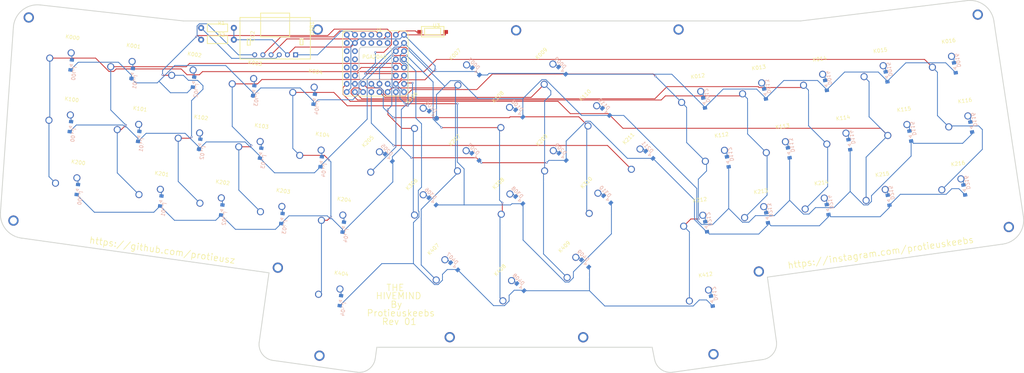
<source format=kicad_pcb>
(kicad_pcb (version 20221018) (generator pcbnew)
  (layers (0 "F.Cu" signal) (31 "B.Cu" signal) (34 "B.Paste" user) (35 "F.Paste" user) (36 "B.SilkS" user "B.Silkscreen") (37 "F.SilkS" user "F.Silkscreen") (38 "B.Mask" user) (39 "F.Mask" user) (44 "Edge.Cuts" user))
  (net 0 "")
  (net 1 "COL0")
  (net 2 "COL1")
  (net 3 "COL10")
  (net 4 "COL11")
  (net 5 "COL12")
  (net 6 "COL13")
  (net 7 "COL14")
  (net 8 "COL15")
  (net 9 "COL16")
  (net 10 "COL2")
  (net 11 "COL3")
  (net 12 "COL4")
  (net 13 "COL5")
  (net 14 "COL6")
  (net 15 "COL7")
  (net 16 "COL8")
  (net 17 "COL9")
  (net 18 "D+")
  (net 19 "D-")
  (net 20 "D000_A")
  (net 21 "D003_A")
  (net 22 "D009_A")
  (net 23 "D013_A")
  (net 24 "D014_A")
  (net 25 "D016_A")
  (net 26 "D101_A")
  (net 27 "D102_A")
  (net 28 "D104_A")
  (net 29 "D106_A")
  (net 30 "D110_A")
  (net 31 "D112_A")
  (net 32 "D115_A")
  (net 33 "D201_A")
  (net 34 "D202_A")
  (net 35 "D204_A")
  (net 36 "D205_A")
  (net 37 "D207_A")
  (net 38 "D211_A")
  (net 39 "D212_A")
  (net 40 "D215_A")
  (net 41 "D308_A")
  (net 42 "D408_A")
  (net 43 "D412_A")
  (net 44 "GND")
  (net 45 "K001_1")
  (net 46 "K002_1")
  (net 47 "K004_1")
  (net 48 "K007_1")
  (net 49 "K012_1")
  (net 50 "K015_1")
  (net 51 "K100_1")
  (net 52 "K103_1")
  (net 53 "K108_1")
  (net 54 "K113_1")
  (net 55 "K114_1")
  (net 56 "K116_1")
  (net 57 "K200_1")
  (net 58 "K203_1")
  (net 59 "K209_1")
  (net 60 "K213_1")
  (net 61 "K214_1")
  (net 62 "K216_1")
  (net 63 "K306_1")
  (net 64 "K310_1")
  (net 65 "K404_1")
  (net 66 "K407_1")
  (net 67 "K409_1")
  (net 68 "ROW0")
  (net 69 "ROW1")
  (net 70 "ROW2")
  (net 71 "ROW3")
  (net 72 "ROW4")
  (net 73 "RST")
  (net 74 "USB1_4")
  (net 75 "USB1_5")
  (net 76 "VCC")
  (footprint "easyeda:DIODE-SOD123" (layer "F.Cu") (at 167.605 80.082 -45)
    (fp_text reference "D209")
    (fp_text value "DIODE-SOD123" hide)
  )
  (footprint "easyeda:DIODE-SOD123" (layer "F.Cu") (at 213.706 125.04 -80)
    (fp_text reference "D412")
    (fp_text value "DIODE-SOD123" hide)
  )
  (footprint "easyeda:DIODE-SOD123" (layer "F.Cu") (at 140.554 80.082 -45)
    (fp_text reference "D207")
    (fp_text value "DIODE-SOD123" hide)
  )
  (footprint "easyeda:DIODE-SOD123" (layer "F.Cu") (at 249.139 57.984 -80)
    (fp_text reference "D014")
    (fp_text value "DIODE-SOD123" hide)
  )
  (footprint "easyeda:DIODE-SOD123" (layer "F.Cu") (at 230.851 99.132 -80)
    (fp_text reference "D213")
    (fp_text value "DIODE-SOD123" hide)
  )
  (footprint "easyeda:CHERRY_MX_100_MILLMAX" (layer "F.Cu") (at 166.081 56.333 45)
    (fp_text reference "K009")
    (fp_text value "100")
  )
  (footprint "easyeda:CHERRY_MX_100_MILLMAX" (layer "F.Cu") (at 152.619 69.795 45)
    (fp_text reference "K108")
    (fp_text value "100")
  )
  (footprint "easyeda:CHERRY_MX_100_MILLMAX" (layer "F.Cu") (at 246.726 97.989 8)
    (fp_text reference "K214")
    (fp_text value "100")
  )
  (footprint "easyeda:CHERRY_MX_100_MILLMAX" (layer "F.Cu") (at 95.85 102.561 -8)
    (fp_text reference "K204")
    (fp_text value "100")
  )
  (footprint "easyeda:CHERRY_MX_100_MILLMAX" (layer "F.Cu") (at 289.144 92.02 8)
    (fp_text reference "K216")
    (fp_text value "100")
  )
  (footprint "easyeda:DIODE-SOD123" (layer "F.Cu") (at 113.63 80.336 -45)
    (fp_text reference "D205")
    (fp_text value "DIODE-SOD123" hide)
  )
  (footprint "easyeda:CHERRY_MX_100_MILLMAX" (layer "F.Cu") (at 125.822 70.049 45)
    (fp_text reference "K106")
    (fp_text value "100")
  )
  (footprint "easyeda:CHERRY_MX_100_MILLMAX" (layer "F.Cu") (at 152.746 96.719 45)
    (fp_text reference "K308")
    (fp_text value "100")
  )
  (footprint "easyeda:DIODE-SOD123" (layer "F.Cu") (at 230.216 60.651 -80)
    (fp_text reference "D013")
    (fp_text value "DIODE-SOD123" hide)
  )
  (footprint "easyeda:DIODE-SOD123" (layer "F.Cu") (at 14.697 51.634 -98)
    (fp_text reference "D000")
    (fp_text value "DIODE-SOD123" hide)
  )
  (footprint "easyeda:DIODE-SOD123" (layer "F.Cu") (at 140.681 53.539 -45)
    (fp_text reference "D007")
    (fp_text value "DIODE-SOD123" hide)
  )
  (footprint "easyeda:CHERRY_MX_100_MILLMAX" (layer "F.Cu") (at 253.457 77.796 8)
    (fp_text reference "K114")
    (fp_text value "100")
  )
  (footprint "easyeda:PGA2040_PTH_WITH_SLOT" (layer "F.Cu") (at 109.185 50.745)
    (fp_text reference "J1")
    (fp_text value "PGA2040_PTH_WITH_SLOT" hide)
    (fp_line (start -5.08 -4.08) (end -5.08 4.08) (stroke (width 0.254)) (layer "Edge.Cuts"))
    (fp_line (start -4.08 5.08) (end 4.08 5.08) (stroke (width 0.254)) (layer "Edge.Cuts"))
    (fp_line (start 4.08 -5.08) (end -4.08 -5.08) (stroke (width 0.254)) (layer "Edge.Cuts"))
    (fp_line (start 5.08 4.08) (end 5.08 -4.08) (stroke (width 0.254)) (layer "Edge.Cuts"))
    (fp_arc (start -5.08 -4.08) (mid -4.787107 -4.787107) (end -4.08 -5.08) (stroke (width 0.254)) (layer "Edge.Cuts"))
    (fp_arc (start -4.08 5.08) (mid -4.787107 4.787107) (end -5.08 4.08) (stroke (width 0.254)) (layer "Edge.Cuts"))
    (fp_arc (start 4.08 -5.08) (mid 4.787107 -4.787107) (end 5.08 -4.08) (stroke (width 0.254)) (layer "Edge.Cuts"))
    (fp_arc (start 5.08 4.08) (mid 4.787107 4.787107) (end 4.08 5.08) (stroke (width 0.254)) (layer "Edge.Cuts"))
  )
  (footprint "easyeda:DIODE-SOD123" (layer "F.Cu") (at 92.294 81.733 -98)
    (fp_text reference "D104")
    (fp_text value "DIODE-SOD123" hide)
  )
  (footprint "easyeda:CHERRY_MX_100_MILLMAX" (layer "F.Cu") (at 208.372 64.842 8)
    (fp_text reference "K012")
    (fp_text value "100")
  )
  (footprint "easyeda:DIODE-SOD123" (layer "F.Cu") (at 54.575 76.272 -98)
    (fp_text reference "D102")
    (fp_text value "DIODE-SOD123" hide)
  )
  (footprint "easyeda:DIODE-SOD123" (layer "F.Cu") (at 256.378 76.399 -80)
    (fp_text reference "D114")
    (fp_text value "DIODE-SOD123" hide)
  )
  (footprint "easyeda:CHERRY_MX_100_MILLMAX" (layer "F.Cu") (at 265.649 95.322 8)
    (fp_text reference "K215")
    (fp_text value "100")
  )
  (footprint "easyeda:CHERRY_MX_100_MILLMAX" (layer "F.Cu") (at 132.553 117.166 45)
    (fp_text reference "K407")
    (fp_text value "100")
  )
  (footprint "easyeda:CHERRY_MX_100_MILLMAX" (layer "F.Cu") (at 153.254 123.643 45)
    (fp_text reference "K408")
    (fp_text value "100")
  )
  (footprint "easyeda:CHERRY_MX_100_MILLMAX" (layer "F.Cu") (at 11.268 71.446 -8)
    (fp_text reference "K100")
    (fp_text value "100")
  )
  (footprint "easyeda:CHERRY_MX_100_MILLMAX" (layer "F.Cu") (at 139.284 56.587 45)
    (fp_text reference "K007")
    (fp_text value "100")
  )
  (footprint "easyeda:CHERRY_MX_100_MILLMAX" (layer "F.Cu") (at 30.445 54.809 -8)
    (fp_text reference "K001")
    (fp_text value "100")
  )
  (footprint "easyeda:CHERRY_MX_100_MILLMAX" (layer "F.Cu") (at 180.051 96.465 45)
    (fp_text reference "K310")
    (fp_text value "100")
  )
  (footprint "easyeda:DIODE-SOD123" (layer "F.Cu") (at 16.602 90.369 -98)
    (fp_text reference "D200")
    (fp_text value "DIODE-SOD123" hide)
  )
  (footprint "easyeda:DIODE-SOD123" (layer "F.Cu") (at 275.301 73.732 -80)
    (fp_text reference "D115")
    (fp_text value "DIODE-SOD123" hide)
  )
  (footprint "easyeda:CHERRY_MX_100_MILLMAX" (layer "F.Cu") (at 166.208 83.257 45)
    (fp_text reference "K209")
    (fp_text value "100")
  )
  (footprint "easyeda:CHERRY_MX_100_MILLMAX" (layer "F.Cu") (at 272.38 75.129 8)
    (fp_text reference "K115")
    (fp_text value "100")
  )
  (footprint "easyeda:CHERRY_MX_100_MILLMAX" (layer "F.Cu") (at 246.218 59.508 8)
    (fp_text reference "K014")
    (fp_text value "100")
  )
  (footprint "easyeda:RESET SWITCH" (layer "F.Cu") (at 126.965 40.966)
    (fp_text reference "U3")
    (fp_text value "RESET SWITCH" hide)
  )
  (footprint "easyeda:DIODE-SOD123" (layer "F.Cu") (at 90.135 62.302 -98)
    (fp_text reference "D004")
    (fp_text value "DIODE-SOD123" hide)
  )
  (footprint "easyeda:CHERRY_MX_100_MILLMAX" (layer "F.Cu") (at 68.164 60.143 -8)
    (fp_text reference "K003")
    (fp_text value "100")
  )
  (footprint "easyeda:DIODE-SOD123" (layer "F.Cu") (at 292.065 90.496 -80)
    (fp_text reference "D216")
    (fp_text value "DIODE-SOD123" hide)
  )
  (footprint "easyeda:CHERRY_MX_100_MILLMAX" (layer "F.Cu") (at 291.303 72.462 8)
    (fp_text reference "K116")
    (fp_text value "100")
  )
  (footprint "easyeda:DIODE-SOD123" (layer "F.Cu") (at 154.143 93.544 -45)
    (fp_text reference "D308")
    (fp_text value "DIODE-SOD123" hide)
  )
  (footprint "easyeda:DIODE-SOD123" (layer "F.Cu") (at 61.433 96.719 -98)
    (fp_text reference "D202")
    (fp_text value "DIODE-SOD123" hide)
  )
  (footprint "easyeda:DIODE-SOD123" (layer "F.Cu") (at 268.57 93.671 -80)
    (fp_text reference "D215")
    (fp_text value "DIODE-SOD123" hide)
  )
  (footprint "easyeda:DIODE-SOD123" (layer "F.Cu") (at 52.67 56.968 -98)
    (fp_text reference "D002")
    (fp_text value "DIODE-SOD123" hide)
  )
  (footprint "easyeda:DIODE-SOD123" (layer "F.Cu") (at 154.524 120.595 -45)
    (fp_text reference "D408")
    (fp_text value "DIODE-SOD123" hide)
  )
  (footprint "easyeda:DIODE-SOD123" (layer "F.Cu") (at 267.935 55.317 -80)
    (fp_text reference "D015")
    (fp_text value "DIODE-SOD123" hide)
  )
  (footprint "easyeda:CHERRY_MX_100_MILLMAX" (layer "F.Cu") (at 70.196 79.701 -8)
    (fp_text reference "K103")
    (fp_text value "100")
  )
  (footprint "easyeda:CHERRY_MX_100_MILLMAX" (layer "F.Cu") (at 193.132 82.749 45)
    (fp_text reference "K211")
    (fp_text value "100")
  )
  (footprint "easyeda:CHERRY_MX_100_MILLMAX" (layer "F.Cu") (at 265.014 56.841 8)
    (fp_text reference "K015")
    (fp_text value "100")
  )
  (footprint "easyeda:CHERRY_MX_100_MILLMAX" (layer "F.Cu") (at 49.368 57.476 -8)
    (fp_text reference "K002")
    (fp_text value "100")
  )
  (footprint "easyeda:DIODE-SOD123" (layer "F.Cu") (at 133.95 114.118 -45)
    (fp_text reference "D407")
    (fp_text value "DIODE-SOD123" hide)
  )
  (footprint "easyeda:CHERRY_MX_100_MILLMAX" (layer "F.Cu") (at 227.93 100.656 8)
    (fp_text reference "K213")
    (fp_text value "100")
  )
  (footprint "easyeda:DIODE-SOD123" (layer "F.Cu") (at 211.928 101.926 -80)
    (fp_text reference "D212")
    (fp_text value "DIODE-SOD123" hide)
  )
  (footprint "easyeda:CHERRY_MX_100_MILLMAX" (layer "F.Cu") (at 76.927 99.894 -8)
    (fp_text reference "K203")
    (fp_text value "100")
  )
  (footprint "easyeda:DIODE-SOD123" (layer "F.Cu") (at 218.659 81.733 -80)
    (fp_text reference "D112")
    (fp_text value "DIODE-SOD123" hide)
  )
  (footprint "easyeda:AXIAL-0.4" (layer "F.Cu") (at 60.163 43.379)
    (fp_text reference "R2")
    (fp_text value "5.1KΩ(5101)" hide)
  )
  (footprint "easyeda:DIODE-SOD123" (layer "F.Cu") (at 98.263 124.913 -98)
    (fp_text reference "D404")
    (fp_text value "DIODE-SOD123" hide)
  )
  (footprint "easyeda:DIODE-SOD123" (layer "F.Cu") (at 73.498 79.066 -98)
    (fp_text reference "D103")
    (fp_text value "DIODE-SOD123" hide)
  )
  (footprint "easyeda:CHERRY_MX_100_MILLMAX" (layer "F.Cu") (at 227.295 62.175 8)
    (fp_text reference "K013")
    (fp_text value "100")
  )
  (footprint "easyeda:DIODE-SOD123" (layer "F.Cu") (at 33.62 54.301 -98)
    (fp_text reference "D001")
    (fp_text value "DIODE-SOD123" hide)
  )
  (footprint "easyeda:DIODE-SOD123" (layer "F.Cu") (at 154.143 66.62 -45)
    (fp_text reference "D108")
    (fp_text value "DIODE-SOD123" hide)
  )
  (footprint "easyeda:CHERRY_MX_100_MILLMAX" (layer "F.Cu") (at 39.208 94.56 -8)
    (fp_text reference "K201")
    (fp_text value "100")
  )
  (footprint "easyeda:DIODE-SOD123" (layer "F.Cu") (at 249.647 96.592 -80)
    (fp_text reference "D214")
    (fp_text value "DIODE-SOD123" hide)
  )
  (footprint "easyeda:CHERRY_MX_100_MILLMAX" (layer "F.Cu") (at 179.67 69.287 45)
    (fp_text reference "K110")
    (fp_text value "100")
  )
  (footprint "easyeda:DIODE-SOD123" (layer "F.Cu") (at 167.478 53.285 -45)
    (fp_text reference "D009")
    (fp_text value "DIODE-SOD123" hide)
  )
  (footprint "easyeda:DIODE-SOD123" (layer "F.Cu") (at 42.51 93.925 -98)
    (fp_text reference "D201")
    (fp_text value "DIODE-SOD123" hide)
  )
  (footprint "easyeda:CHERRY_MX_100_MILLMAX" (layer "F.Cu") (at 86.96 62.81 -8)
    (fp_text reference "K004")
    (fp_text value "100")
  )
  (footprint "easyeda:DIODE-SOD123" (layer "F.Cu") (at 237.582 78.939 -80)
    (fp_text reference "D113")
    (fp_text value "DIODE-SOD123" hide)
  )
  (footprint "easyeda:DIODE-SOD123" (layer "F.Cu") (at 181.448 93.29 -45)
    (fp_text reference "D310")
    (fp_text value "DIODE-SOD123" hide)
  )
  (footprint "easyeda:DIODE-SOD123" (layer "F.Cu") (at 289.144 52.523 -80)
    (fp_text reference "D016")
    (fp_text value "DIODE-SOD123" hide)
  )
  (footprint "easyeda:CHERRY_MX_100_MILLMAX" (layer "F.Cu") (at 173.193 116.404 45)
    (fp_text reference "K409")
    (fp_text value "100")
  )
  (footprint "easyeda:DIODE-SOD123" (layer "F.Cu") (at 14.443 70.811 -98)
    (fp_text reference "D100")
    (fp_text value "DIODE-SOD123" hide)
  )
  (footprint "easyeda:DIODE-SOD123" (layer "F.Cu") (at 71.339 59.635 -98)
    (fp_text reference "D003")
    (fp_text value "DIODE-SOD123" hide)
  )
  (footprint "easyeda:CHERRY_MX_100_MILLMAX" (layer "F.Cu") (at 215.738 83.13 8)
    (fp_text reference "K112")
    (fp_text value "100")
  )
  (footprint "easyeda:CHERRY_MX_100_MILLMAX" (layer "F.Cu") (at 139.157 83.257 45)
    (fp_text reference "K207")
    (fp_text value "100")
  )
  (footprint "easyeda:CHERRY_MX_100_MILLMAX" (layer "F.Cu") (at 51.4 77.034 -8)
    (fp_text reference "K102")
    (fp_text value "100")
  )
  (footprint "easyeda:CHERRY_MX_100_MILLMAX" (layer "F.Cu") (at 89.119 82.368 -8)
    (fp_text reference "K104")
    (fp_text value "100")
  )
  (footprint "easyeda:DIODE-SOD123" (layer "F.Cu") (at 174.59 113.229 -45)
    (fp_text reference "D409")
    (fp_text value "DIODE-SOD123" hide)
  )
  (footprint "easyeda:DIODE-SOD123" (layer "F.Cu") (at 35.652 73.859 -98)
    (fp_text reference "D101")
    (fp_text value "DIODE-SOD123" hide)
  )
  (footprint "easyeda:CHERRY_MX_100_MILLMAX" (layer "F.Cu") (at 210.785 126.564 8)
    (fp_text reference "K412")
    (fp_text value "100")
  )
  (footprint "easyeda:DIODE-SOD123" (layer "F.Cu") (at 211.293 63.445 -80)
    (fp_text reference "D012")
    (fp_text value "DIODE-SOD123" hide)
  )
  (footprint "easyeda:DIODE-SOD123" (layer "F.Cu") (at 80.102 99.386 -98)
    (fp_text reference "D203")
    (fp_text value "DIODE-SOD123" hide)
  )
  (footprint "easyeda:CHERRY_MX_100_MILLMAX" (layer "F.Cu") (at 94.961 125.548 -8)
    (fp_text reference "K404")
    (fp_text value "100")
  )
  (footprint "easyeda:CHERRY_MX_100_MILLMAX" (layer "F.Cu") (at 112.233 83.638 45)
    (fp_text reference "K205")
    (fp_text value "100")
  )
  (footprint "easyeda:CHERRY_MX_100_MILLMAX" (layer "F.Cu") (at 234.661 80.463 8)
    (fp_text reference "K113")
    (fp_text value "100")
  )
  (footprint "easyeda:CHERRY_MX_100_MILLMAX" (layer "F.Cu") (at 13.3 91.004 -8)
    (fp_text reference "K200")
    (fp_text value "100")
  )
  (footprint "easyeda:DIODE-SOD123" (layer "F.Cu") (at 194.529 79.447 -45)
    (fp_text reference "D211")
    (fp_text value "DIODE-SOD123" hide)
  )
  (footprint "easyeda:DIODE-SOD123" (layer "F.Cu") (at 294.224 70.938 -80)
    (fp_text reference "D116")
    (fp_text value "DIODE-SOD123" hide)
  )
  (footprint "easyeda:DIODE-SOD123" (layer "F.Cu") (at 181.067 66.112 -45)
    (fp_text reference "D110")
    (fp_text value "DIODE-SOD123" hide)
  )
  (footprint "easyeda:CHERRY_MX_100_MILLMAX" (layer "F.Cu") (at 32.477 74.367 -8)
    (fp_text reference "K101")
    (fp_text value "100")
  )
  (footprint "easyeda:AXIAL-0.4" (layer "F.Cu") (at 60.163 39.696)
    (fp_text reference "R1")
    (fp_text value "5.1KΩ(5101)" hide)
  )
  (footprint "easyeda:CHERRY_MX_100_MILLMAX" (layer "F.Cu") (at 286.223 53.92 8)
    (fp_text reference "K016")
    (fp_text value "100")
  )
  (footprint "easyeda:CHERRY_MX_100_MILLMAX" (layer "F.Cu") (at 125.822 96.973 45)
    (fp_text reference "K306")
    (fp_text value "100")
  )
  (footprint "easyeda:DIODE-SOD123" (layer "F.Cu") (at 127.346 67.001 -45)
    (fp_text reference "D106")
    (fp_text value "DIODE-SOD123" hide)
  )
  (footprint "easyeda:USB-C_TH_BREAKOUT_6P" (layer "F.Cu") (at 78.07 42.236 -90)
    (fp_text reference "USB1")
    (fp_text value "CC2")
  )
  (footprint "easyeda:DIODE-SOD123" (layer "F.Cu") (at 127.219 93.925 -45)
    (fp_text reference "D306")
    (fp_text value "DIODE-SOD123" hide)
  )
  (footprint "easyeda:DIODE-SOD123" (layer "F.Cu") (at 99.152 102.053 -98)
    (fp_text reference "D204")
    (fp_text value "DIODE-SOD123" hide)
  )
  (footprint "easyeda:CHERRY_MX_100_MILLMAX" (layer "F.Cu") (at 209.007 103.323 8)
    (fp_text reference "K212")
    (fp_text value "100")
  )
  (footprint "easyeda:CHERRY_MX_100_MILLMAX" (layer "F.Cu") (at 11.522 52.142 -8)
    (fp_text reference "K000")
    (fp_text value "100")
  )
  (footprint "easyeda:CHERRY_MX_100_MILLMAX" (layer "F.Cu") (at 58.131 97.227 -8)
    (fp_text reference "K202")
    (fp_text value "100")
  )
  (gr_line (start -3.194 39.502) (end -7.204 97.076) (stroke (width 0.254)) (layer "Edge.Cuts"))
  (gr_arc (start -3.194 39.502) (mid -0.515037 34.263031) (end 5.120425 32.570336) (stroke (width 0.254)) (layer "Edge.Cuts"))
  (gr_line (start -0.765 105.024) (end 76.149 115.833) (stroke (width 0.254)) (layer "Edge.Cuts"))
  (gr_arc (start -0.765 105.024) (mid -5.549303 102.318304) (end -7.203819 97.076842) (stroke (width 0.254)) (layer "Edge.Cuts"))
  (gr_arc (start 292.854 31.213) (mid 298.302113 32.685596) (end 301.180856 37.539801) (stroke (width 0.254)) (layer "Edge.Cuts"))
  (gr_arc (start 233.68 137.16) (mid 232.722032 140.864739) (end 229.425 142.807) (stroke (width 0.254)) (layer "Edge.Cuts"))
  (gr_line (start 76.149 115.833) (end 73.117 137.407) (stroke (width 0.254)) (layer "Edge.Cuts"))
  (gr_line (start 230.871 117.172) (end 303.971 106.898) (stroke (width 0.254)) (layer "Edge.Cuts"))
  (gr_line (start 109.14 142.47) (end 109.63 138.981) (stroke (width 0.254)) (layer "Edge.Cuts"))
  (gr_line (start 49.546 37.537) (end 5.121 32.569) (stroke (width 0.254)) (layer "Edge.Cuts"))
  (gr_line (start 233.68 137.16) (end 230.871 117.172) (stroke (width 0.254)) (layer "Edge.Cuts"))
  (gr_line (start 109.63 138.981) (end 195.101 138.981) (stroke (width 0.254)) (layer "Edge.Cuts"))
  (gr_line (start 292.852 31.212) (end 241.189 37.537) (stroke (width 0.254)) (layer "Edge.Cuts"))
  (gr_line (start 195.101 138.981) (end 195.858 142.767) (stroke (width 0.254)) (layer "Edge.Cuts"))
  (gr_line (start 77.372 143.054) (end 103.493 146.725) (stroke (width 0.254)) (layer "Edge.Cuts"))
  (gr_line (start 241.189 37.537) (end 49.546 37.537) (stroke (width 0.254)) (layer "Edge.Cuts"))
  (gr_line (start 201.457 146.738) (end 229.424 142.807) (stroke (width 0.254)) (layer "Edge.Cuts"))
  (gr_arc (start 77.372 143.054) (mid 74.074968 141.111739) (end 73.117 137.407) (stroke (width 0.254)) (layer "Edge.Cuts"))
  (gr_arc (start 109.14 142.47) (mid 107.197739 145.767032) (end 103.493 146.725) (stroke (width 0.254)) (layer "Edge.Cuts"))
  (gr_line (start 310.344 98.354) (end 301.181 37.54) (stroke (width 0.254)) (layer "Edge.Cuts"))
  (gr_arc (start 201.457 146.738) (mid 197.868839 145.865262) (end 195.858445 142.767701) (stroke (width 0.254)) (layer "Edge.Cuts"))
  (gr_arc (start 310.344 98.354) (mid 308.939294 103.955629) (end 303.970418 106.898709) (stroke (width 0.254)) (layer "Edge.Cuts"))
  (gr_text "https://instagram.com/protieuskeebs" (at 237.074 113.61 8) (layer "F.SilkS") (effects (font (size 2.032 2.032) (thickness 0.203)) (justify left)))
  (gr_text "By" (at 113.757 125.675) (layer "F.SilkS") (effects (font (size 2.032 2.032) (thickness 0.203)) (justify left)))
  (gr_text "Rev 01" (at 111.09 131.009) (layer "F.SilkS") (effects (font (size 2.032 2.032) (thickness 0.203)) (justify left)))
  (gr_text "PGA2040" (at 104.994 48.713) (layer "F.SilkS") (effects (font (size 1.143 1.143) (thickness 0.152)) (justify left)))
  (gr_text "https://github.com/protieusz" (at 20.285 105.609 -8) (layer "F.SilkS") (effects (font (size 2.032 2.032) (thickness 0.203)) (justify left)))
  (gr_text "THE" (at 112.487 120.468) (layer "F.SilkS") (effects (font (size 2.032 2.032) (thickness 0.203)) (justify left)))
  (gr_text "Protieuskeebs" (at 106.391 128.342) (layer "F.SilkS") (effects (font (size 2.032 2.032) (thickness 0.203)) (justify left)))
  (gr_text "HIVEMIND" (at 109.185 123.008) (layer "F.SilkS") (effects (font (size 2.032 2.032) (thickness 0.203)) (justify left)))
  (via (at 214.142 141.13) (size 3.2) (drill 2.184) (layers "F.Cu" "B.Cu") (net 0))
  (via (at 173.687 135.874) (size 3.2) (drill 2.184) (layers "F.Cu" "B.Cu") (net 0))
  (via (at 203.292 40.204) (size 3.2) (drill 2.184) (layers "F.Cu" "B.Cu") (net 0))
  (via (at 296.177 35.571) (size 3.2) (drill 2.184) (layers "F.Cu" "B.Cu") (net 0))
  (via (at 305.824 101.6) (size 3.2) (drill 2.184) (layers "F.Cu" "B.Cu") (net 0))
  (via (at 91.825 141.6) (size 3.2) (drill 2.184) (layers "F.Cu" "B.Cu") (net 0))
  (via (at 228.221 115.424) (size 3.2) (drill 2.184) (layers "F.Cu" "B.Cu") (net 0))
  (via (at 91.278 40.204) (size 3.2) (drill 2.184) (layers "F.Cu" "B.Cu") (net 0))
  (via (at 132.262 135.846) (size 3.2) (drill 2.184) (layers "F.Cu" "B.Cu") (net 0))
  (via (at -3.175 99.6) (size 3.2) (drill 2.184) (layers "F.Cu" "B.Cu") (net 0))
  (via (at 152.873 40.458) (size 3.2) (drill 2.184) (layers "F.Cu" "B.Cu") (net 0))
  (via (at 78.905 114.232) (size 3.2) (drill 2.184) (layers "F.Cu" "B.Cu") (net 0))
  (via (at 1.58 36.463) (size 3.2) (drill 2.184) (layers "F.Cu" "B.Cu") (net 0))
  (segment (start 50.686 54.255) (end 54.55 54.255) (width 0.254) (layer "F.Cu") (net 1))
  (segment (start 103.521 53.291) (end 104.797 52.015) (width 0.254) (layer "F.Cu") (net 1))
  (segment (start 54.55 54.255) (end 55.515 53.291) (width 0.254) (layer "F.Cu") (net 1))
  (segment (start 8.103 49.096) (end 22.339 49.096) (width 0.254) (layer "F.Cu") (net 1))
  (segment (start 104.797 52.015) (end 115.535 52.015) (width 0.254) (layer "F.Cu") (net 1))
  (segment (start 27.941 53.241) (end 28.715 52.466) (width 0.254) (layer "F.Cu") (net 1))
  (segment (start 48.897 52.466) (end 50.686 54.255) (width 0.254) (layer "F.Cu") (net 1))
  (segment (start 28.715 52.466) (end 48.897 52.466) (width 0.254) (layer "F.Cu") (net 1))
  (segment (start 26.483 53.241) (end 27.941 53.241) (width 0.254) (layer "F.Cu") (net 1))
  (segment (start 55.515 53.291) (end 103.521 53.291) (width 0.254) (layer "F.Cu") (net 1))
  (segment (start 22.339 49.096) (end 26.483 53.241) (width 0.254) (layer "F.Cu") (net 1))
  (segment (start 7.849 68.4) (end 7.849 85.926) (width 0.254) (layer "B.Cu") (net 1))
  (segment (start 7.849 85.926) (end 9.881 87.958) (width 0.254) (layer "B.Cu") (net 1))
  (segment (start 7.849 68.4) (end 8.103 68.146) (width 0.254) (layer "B.Cu") (net 1))
  (segment (start 8.103 68.146) (end 8.103 49.096) (width 0.254) (layer "B.Cu") (net 1))
  (segment (start 27.026 51.763) (end 50.464 51.763) (width 0.254) (layer "F.Cu") (net 2))
  (segment (start 30.285 71.321) (end 31.704 69.903) (width 0.254) (layer "F.Cu") (net 2))
  (segment (start 29.058 71.321) (end 30.285 71.321) (width 0.254) (layer "F.Cu") (net 2))
  (segment (start 50.464 51.763) (end 51.483 50.745) (width 0.254) (layer "F.Cu") (net 2))
  (segment (start 51.483 50.745) (end 116.805 50.745) (width 0.254) (layer "F.Cu") (net 2))
  (segment (start 116.805 50.745) (end 118.075 52.015) (width 0.254) (layer "F.Cu") (net 2))
  (via (at 31.704 69.903) (size 0.61) (drill 0.305) (layers "F.Cu" "B.Cu") (net 2))
  (segment (start 29.058 84.783) (end 29.058 71.321) (width 0.254) (layer "B.Cu") (net 2))
  (segment (start 27.026 65.225) (end 27.026 51.763) (width 0.254) (layer "B.Cu") (net 2))
  (segment (start 35.789 91.514) (end 29.058 84.783) (width 0.254) (layer "B.Cu") (net 2))
  (segment (start 31.704 69.903) (end 27.026 65.225) (width 0.254) (layer "B.Cu") (net 2))
  (segment (start 172.329 67.335) (end 151.023 67.335) (width 0.254) (layer "F.Cu") (net 3))
  (segment (start 151.023 67.335) (end 150.77 67.588) (width 0.254) (layer "F.Cu") (net 3))
  (segment (start 150.77 67.588) (end 114.842 67.588) (width 0.254) (layer "F.Cu") (net 3))
  (segment (start 175.18 70.185) (end 172.329 67.335) (width 0.254) (layer "F.Cu") (net 3))
  (via (at 114.842 67.589) (size 0.61) (drill 0.305) (layers "F.Cu" "B.Cu") (net 3))
  (segment (start 175.561 97.363) (end 174.789 96.591) (width 0.254) (layer "B.Cu") (net 3))
  (segment (start 110.749 58.265) (end 111.625 59.14) (width 0.254) (layer "B.Cu") (net 3))
  (segment (start 111.625 59.14) (end 111.625 64.47) (width 0.254) (layer "B.Cu") (net 3))
  (segment (start 114.743 67.588) (end 114.842 67.588) (width 0.254) (layer "B.Cu") (net 3))
  (segment (start 174.789 70.576) (end 175.18 70.185) (width 0.254) (layer "B.Cu") (net 3))
  (segment (start 174.789 96.591) (end 174.789 70.576) (width 0.254) (layer "B.Cu") (net 3))
  (segment (start 109.085 58.265) (end 110.749 58.265) (width 0.254) (layer "B.Cu") (net 3))
  (segment (start 107.915 57.095) (end 109.085 58.265) (width 0.254) (layer "B.Cu") (net 3))
  (segment (start 111.625 64.47) (end 114.743 67.588) (width 0.254) (layer "B.Cu") (net 3))
  (segment (start 188.642 83.647) (end 181.251 76.256) (width 0.254) (layer "F.Cu") (net 4))
  (segment (start 181.251 76.256) (end 114.864 76.256) (width 0.254) (layer "F.Cu") (net 4))
  (via (at 114.864 76.256) (size 0.61) (drill 0.305) (layers "F.Cu" "B.Cu") (net 4))
  (segment (start 107.915 59.635) (end 107.915 69.306) (width 0.254) (layer "B.Cu") (net 4))
  (segment (start 107.915 69.306) (end 114.864 76.256) (width 0.254) (layer "B.Cu") (net 4))
  (segment (start 140.659 58.872) (end 120.521 58.872) (width 0.254) (layer "F.Cu") (net 5))
  (segment (start 196.082 54.693) (end 195.427 54.038) (width 0.254) (layer "F.Cu") (net 5))
  (segment (start 120.521 58.872) (end 118.495 60.898) (width 0.254) (layer "F.Cu") (net 5))
  (segment (start 112.549 60.898) (end 111.674 60.023) (width 0.254) (layer "F.Cu") (net 5))
  (segment (start 118.495 60.898) (end 112.549 60.898) (width 0.254) (layer "F.Cu") (net 5))
  (segment (start 204.881 101.338) (end 207.124 99.095) (width 0.254) (layer "F.Cu") (net 5))
  (segment (start 110.846 58.366) (end 106.647 58.366) (width 0.254) (layer "F.Cu") (net 5))
  (segment (start 106.647 58.366) (end 105.375 57.095) (width 0.254) (layer "F.Cu") (net 5))
  (segment (start 111.674 59.194) (end 110.846 58.366) (width 0.254) (layer "F.Cu") (net 5))
  (segment (start 207.124 99.095) (end 209.536 99.095) (width 0.254) (layer "F.Cu") (net 5))
  (segment (start 111.674 60.023) (end 111.674 59.194) (width 0.254) (layer "F.Cu") (net 5))
  (segment (start 195.427 54.038) (end 145.493 54.038) (width 0.254) (layer "F.Cu") (net 5))
  (segment (start 145.493 54.038) (end 140.659 58.872) (width 0.254) (layer "F.Cu") (net 5))
  (via (at 196.082 54.693) (size 0.61) (drill 0.305) (layers "F.Cu" "B.Cu") (net 5))
  (via (at 209.536 99.095) (size 0.61) (drill 0.305) (layers "F.Cu" "B.Cu") (net 5))
  (segment (start 205.806 75.339) (end 205.806 64.417) (width 0.254) (layer "B.Cu") (net 5))
  (segment (start 204.246 62.857) (end 196.082 54.693) (width 0.254) (layer "B.Cu") (net 5))
  (segment (start 209.434 86.728) (end 209.434 98.993) (width 0.254) (layer "B.Cu") (net 5))
  (segment (start 209.434 98.993) (end 209.536 99.095) (width 0.254) (layer "B.Cu") (net 5))
  (segment (start 212.002 81.535) (end 212.002 84.161) (width 0.254) (layer "B.Cu") (net 5))
  (segment (start 206.659 103.116) (end 204.881 101.338) (width 0.254) (layer "B.Cu") (net 5))
  (segment (start 206.659 124.579) (end 206.659 103.116) (width 0.254) (layer "B.Cu") (net 5))
  (segment (start 205.806 64.417) (end 204.246 62.857) (width 0.254) (layer "B.Cu") (net 5))
  (segment (start 211.612 81.145) (end 205.806 75.339) (width 0.254) (layer "B.Cu") (net 5))
  (segment (start 211.612 81.145) (end 212.002 81.535) (width 0.254) (layer "B.Cu") (net 5))
  (segment (start 212.002 84.161) (end 209.434 86.728) (width 0.254) (layer "B.Cu") (net 5))
  (segment (start 101.665 60.134) (end 101.665 59.112) (width 0.254) (layer "F.Cu") (net 6))
  (segment (start 101.665 59.112) (end 102.412 58.365) (width 0.254) (layer "F.Cu") (net 6))
  (segment (start 103.658 62.127) (end 101.665 60.134) (width 0.254) (layer "F.Cu") (net 6))
  (segment (start 197.904 62.127) (end 103.658 62.127) (width 0.254) (layer "F.Cu") (net 6))
  (segment (start 223.169 60.19) (end 222.519 60.84) (width 0.254) (layer "F.Cu") (net 6))
  (segment (start 222.519 60.84) (end 199.192 60.84) (width 0.254) (layer "F.Cu") (net 6))
  (segment (start 199.192 60.84) (end 197.904 62.127) (width 0.254) (layer "F.Cu") (net 6))
  (segment (start 102.412 58.365) (end 104.105 58.365) (width 0.254) (layer "F.Cu") (net 6))
  (segment (start 104.105 58.365) (end 105.375 59.635) (width 0.254) (layer "F.Cu") (net 6))
  (segment (start 224.729 72.672) (end 224.729 61.75) (width 0.254) (layer "B.Cu") (net 6))
  (segment (start 224.729 61.75) (end 223.169 60.19) (width 0.254) (layer "B.Cu") (net 6))
  (segment (start 223.804 98.671) (end 230.787 91.688) (width 0.254) (layer "B.Cu") (net 6))
  (segment (start 230.787 78.73) (end 230.535 78.478) (width 0.254) (layer "B.Cu") (net 6))
  (segment (start 230.535 78.478) (end 224.729 72.672) (width 0.254) (layer "B.Cu") (net 6))
  (segment (start 230.787 91.688) (end 230.787 78.73) (width 0.254) (layer "B.Cu") (net 6))
  (segment (start 228.304 58.238) (end 228.023 57.956) (width 0.254) (layer "F.Cu") (net 7))
  (segment (start 242.092 57.523) (end 241.377 58.238) (width 0.254) (layer "F.Cu") (net 7))
  (segment (start 104.92 61.72) (end 102.835 59.635) (width 0.254) (layer "F.Cu") (net 7))
  (segment (start 228.023 57.956) (end 199.714 57.956) (width 0.254) (layer "F.Cu") (net 7))
  (segment (start 241.377 58.238) (end 228.304 58.238) (width 0.254) (layer "F.Cu") (net 7))
  (segment (start 195.951 61.72) (end 104.92 61.72) (width 0.254) (layer "F.Cu") (net 7))
  (segment (start 199.714 57.956) (end 195.951 61.72) (width 0.254) (layer "F.Cu") (net 7))
  (segment (start 249.583 76.063) (end 249.331 75.811) (width 0.254) (layer "B.Cu") (net 7))
  (segment (start 243.652 70.132) (end 243.652 59.083) (width 0.254) (layer "B.Cu") (net 7))
  (segment (start 243.652 59.083) (end 242.092 57.523) (width 0.254) (layer "B.Cu") (net 7))
  (segment (start 249.583 89.021) (end 249.583 76.063) (width 0.254) (layer "B.Cu") (net 7))
  (segment (start 242.6 96.004) (end 249.583 89.021) (width 0.254) (layer "B.Cu") (net 7))
  (segment (start 249.331 75.811) (end 243.652 70.132) (width 0.254) (layer "B.Cu") (net 7))
  (segment (start 181.47 66.346) (end 169.693 66.346) (width 0.254) (layer "F.Cu") (net 8))
  (segment (start 186.025 70.901) (end 181.47 66.346) (width 0.254) (layer "F.Cu") (net 8))
  (segment (start 268.254 73.144) (end 266.011 70.901) (width 0.254) (layer "F.Cu") (net 8))
  (segment (start 101.343 62.535) (end 99.096 60.288) (width 0.254) (layer "F.Cu") (net 8))
  (segment (start 99.096 60.288) (end 99.096 58.294) (width 0.254) (layer "F.Cu") (net 8))
  (segment (start 266.011 70.901) (end 186.025 70.901) (width 0.254) (layer "F.Cu") (net 8))
  (segment (start 165.882 62.535) (end 101.343 62.535) (width 0.254) (layer "F.Cu") (net 8))
  (segment (start 169.693 66.346) (end 165.882 62.535) (width 0.254) (layer "F.Cu") (net 8))
  (segment (start 99.096 58.294) (end 100.295 57.095) (width 0.254) (layer "F.Cu") (net 8))
  (segment (start 262.448 67.338) (end 262.448 56.416) (width 0.254) (layer "B.Cu") (net 8))
  (segment (start 261.523 79.875) (end 268.254 73.144) (width 0.254) (layer "B.Cu") (net 8))
  (segment (start 262.448 56.416) (end 260.888 54.856) (width 0.254) (layer "B.Cu") (net 8))
  (segment (start 261.523 93.337) (end 261.523 79.875) (width 0.254) (layer "B.Cu") (net 8))
  (segment (start 268.254 73.144) (end 262.448 67.338) (width 0.254) (layer "B.Cu") (net 8))
  (segment (start 279.664 49.503) (end 128.127 49.503) (width 0.254) (layer "F.Cu") (net 9))
  (segment (start 124.345 53.285) (end 104.105 53.285) (width 0.254) (layer "F.Cu") (net 9))
  (segment (start 128.127 49.503) (end 124.345 53.285) (width 0.254) (layer "F.Cu") (net 9))
  (segment (start 104.105 53.285) (end 102.835 54.555) (width 0.254) (layer "F.Cu") (net 9))
  (segment (start 282.097 51.935) (end 279.664 49.503) (width 0.254) (layer "F.Cu") (net 9))
  (segment (start 285.018 90.035) (end 297.599 77.454) (width 0.254) (layer "B.Cu") (net 9))
  (segment (start 297.599 71.303) (end 296.476 70.181) (width 0.254) (layer "B.Cu") (net 9))
  (segment (start 287.472 70.181) (end 287.177 70.477) (width 0.254) (layer "B.Cu") (net 9))
  (segment (start 296.476 70.181) (end 287.472 70.181) (width 0.254) (layer "B.Cu") (net 9))
  (segment (start 297.599 77.454) (end 297.599 71.303) (width 0.254) (layer "B.Cu") (net 9))
  (segment (start 283.657 66.957) (end 283.657 53.495) (width 0.254) (layer "B.Cu") (net 9))
  (segment (start 287.177 70.477) (end 283.657 66.957) (width 0.254) (layer "B.Cu") (net 9))
  (segment (start 283.657 53.495) (end 282.097 51.935) (width 0.254) (layer "B.Cu") (net 9))
  (segment (start 51.734 73.988) (end 52.118 73.604) (width 0.254) (layer "F.Cu") (net 10))
  (segment (start 106 53.905) (end 114.885 53.905) (width 0.254) (layer "F.Cu") (net 10))
  (segment (start 114.184 41.369) (end 112.914 40.099) (width 0.254) (layer "F.Cu") (net 10))
  (segment (start 47.981 73.988) (end 51.734 73.988) (width 0.254) (layer "F.Cu") (net 10))
  (segment (start 109.188 47.281) (end 111.8 47.281) (width 0.254) (layer "F.Cu") (net 10))
  (segment (start 53.927 42.087) (end 53.533 42.481) (width 0.254) (layer "F.Cu") (net 10))
  (segment (start 112.914 40.099) (end 96.397 40.099) (width 0.254) (layer "F.Cu") (net 10))
  (segment (start 96.397 40.099) (end 94.409 42.087) (width 0.254) (layer "F.Cu") (net 10))
  (segment (start 45.949 54.43) (end 43.294 54.43) (width 0.254) (layer "F.Cu") (net 10))
  (segment (start 43.294 54.43) (end 43.121 54.257) (width 0.254) (layer "F.Cu") (net 10))
  (segment (start 94.409 42.087) (end 53.927 42.087) (width 0.254) (layer "F.Cu") (net 10))
  (segment (start 114.885 53.905) (end 115.535 54.555) (width 0.254) (layer "F.Cu") (net 10))
  (segment (start 111.8 47.281) (end 114.184 44.898) (width 0.254) (layer "F.Cu") (net 10))
  (segment (start 114.184 44.898) (end 114.184 41.369) (width 0.254) (layer "F.Cu") (net 10))
  (via (at 43.121 54.258) (size 0.61) (drill 0.305) (layers "F.Cu" "B.Cu") (net 10))
  (via (at 52.118 73.604) (size 0.61) (drill 0.305) (layers "F.Cu" "B.Cu") (net 10))
  (via (at 106 53.905) (size 0.61) (drill 0.305) (layers "F.Cu" "B.Cu") (net 10))
  (via (at 53.533 42.481) (size 0.61) (drill 0.305) (layers "F.Cu" "B.Cu") (net 10))
  (via (at 109.188 47.281) (size 0.61) (drill 0.305) (layers "F.Cu" "B.Cu") (net 10))
  (segment (start 109.188 50.717) (end 106 53.905) (width 0.254) (layer "B.Cu") (net 10))
  (segment (start 109.188 47.281) (end 109.188 50.717) (width 0.254) (layer "B.Cu") (net 10))
  (segment (start 43.121 52.893) (end 53.533 42.481) (width 0.254) (layer "B.Cu") (net 10))
  (segment (start 54.712 94.181) (end 47.981 87.45) (width 0.254) (layer "B.Cu") (net 10))
  (segment (start 55.66 58.765) (end 55.66 57.678) (width 0.254) (layer "B.Cu") (net 10))
  (segment (start 47.981 87.45) (end 47.981 73.988) (width 0.254) (layer "B.Cu") (net 10))
  (segment (start 49.572 54.43) (end 45.949 54.43) (width 0.254) (layer "B.Cu") (net 10))
  (segment (start 52.118 62.307) (end 55.66 58.765) (width 0.254) (layer "B.Cu") (net 10))
  (segment (start 52.118 73.604) (end 52.118 62.307) (width 0.254) (layer "B.Cu") (net 10))
  (segment (start 55.66 57.678) (end 53.975 55.993) (width 0.254) (layer "B.Cu") (net 10))
  (segment (start 53.975 55.993) (end 51.135 55.993) (width 0.254) (layer "B.Cu") (net 10))
  (segment (start 51.135 55.993) (end 49.572 54.43) (width 0.254) (layer "B.Cu") (net 10))
  (segment (start 43.121 54.257) (end 43.121 52.893) (width 0.254) (layer "B.Cu") (net 10))
  (segment (start 70.226 76.655) (end 70.646 76.235) (width 0.254) (layer "F.Cu") (net 11))
  (segment (start 66.777 76.655) (end 70.226 76.655) (width 0.254) (layer "F.Cu") (net 11))
  (segment (start 72.594 57.097) (end 64.745 57.097) (width 0.254) (layer "F.Cu") (net 11))
  (segment (start 116.872 55.758) (end 73.933 55.758) (width 0.254) (layer "F.Cu") (net 11))
  (segment (start 73.933 55.758) (end 72.594 57.097) (width 0.254) (layer "F.Cu") (net 11))
  (segment (start 118.075 54.555) (end 116.872 55.758) (width 0.254) (layer "F.Cu") (net 11))
  (via (at 70.646 76.235) (size 0.61) (drill 0.305) (layers "F.Cu" "B.Cu") (net 11))
  (segment (start 64.745 70.333) (end 64.745 57.097) (width 0.254) (layer "B.Cu") (net 11))
  (segment (start 70.646 76.235) (end 64.745 70.333) (width 0.254) (layer "B.Cu") (net 11))
  (segment (start 66.777 90.118) (end 66.777 76.655) (width 0.254) (layer "B.Cu") (net 11))
  (segment (start 73.508 96.849) (end 66.777 90.118) (width 0.254) (layer "B.Cu") (net 11))
  (segment (start 94.261 99.515) (end 95.368 98.408) (width 0.254) (layer "F.Cu") (net 12))
  (segment (start 92.431 99.515) (end 94.261 99.515) (width 0.254) (layer "F.Cu") (net 12))
  (segment (start 96.29 59.764) (end 100.424 63.899) (width 0.254) (layer "F.Cu") (net 12))
  (segment (start 118.342 56.828) (end 118.075 57.095) (width 0.254) (layer "F.Cu") (net 12))
  (segment (start 83.541 59.764) (end 96.29 59.764) (width 0.254) (layer "F.Cu") (net 12))
  (segment (start 93.347 79.322) (end 85.7 79.322) (width 0.254) (layer "F.Cu") (net 12))
  (segment (start 100.424 63.899) (end 119.236 63.899) (width 0.254) (layer "F.Cu") (net 12))
  (segment (start 120.703 56.828) (end 118.342 56.828) (width 0.254) (layer "F.Cu") (net 12))
  (segment (start 94.796 80.771) (end 93.347 79.322) (width 0.254) (layer "F.Cu") (net 12))
  (via (at 94.796 80.771) (size 0.61) (drill 0.305) (layers "F.Cu" "B.Cu") (net 12))
  (via (at 119.236 63.899) (size 0.61) (drill 0.305) (layers "F.Cu" "B.Cu") (net 12))
  (via (at 95.368 98.409) (size 0.61) (drill 0.305) (layers "F.Cu" "B.Cu") (net 12))
  (via (at 120.703 56.828) (size 0.61) (drill 0.305) (layers "F.Cu" "B.Cu") (net 12))
  (segment (start 83.541 77.163) (end 83.541 59.764) (width 0.254) (layer "B.Cu") (net 12))
  (segment (start 95.368 98.408) (end 95.368 81.343) (width 0.254) (layer "B.Cu") (net 12))
  (segment (start 95.368 81.343) (end 94.796 80.771) (width 0.254) (layer "B.Cu") (net 12))
  (segment (start 85.7 79.322) (end 83.541 77.163) (width 0.254) (layer "B.Cu") (net 12))
  (segment (start 92.431 121.613) (end 92.431 99.515) (width 0.254) (layer "B.Cu") (net 12))
  (segment (start 91.542 122.502) (end 92.431 121.613) (width 0.254) (layer "B.Cu") (net 12))
  (segment (start 120.703 56.828) (end 120.703 62.431) (width 0.254) (layer "B.Cu") (net 12))
  (segment (start 120.703 62.431) (end 119.236 63.899) (width 0.254) (layer "B.Cu") (net 12))
  (segment (start 115.535 76.744) (end 115.535 59.635) (width 0.254) (layer "B.Cu") (net 13))
  (segment (start 107.743 84.536) (end 115.535 76.744) (width 0.254) (layer "B.Cu") (net 13))
  (segment (start 121.332 70.947) (end 117.369 70.947) (width 0.254) (layer "F.Cu") (net 14))
  (segment (start 117.369 70.947) (end 113.058 66.636) (width 0.254) (layer "F.Cu") (net 14))
  (segment (start 113.058 66.636) (end 113.058 65.075) (width 0.254) (layer "F.Cu") (net 14))
  (via (at 113.057 65.075) (size 0.61) (drill 0.305) (layers "F.Cu" "B.Cu") (net 14))
  (segment (start 114.265 63.867) (end 114.265 58.365) (width 0.254) (layer "B.Cu") (net 14))
  (segment (start 121.332 97.871) (end 120.957 97.497) (width 0.254) (layer "B.Cu") (net 14))
  (segment (start 114.265 58.365) (end 112.995 57.095) (width 0.254) (layer "B.Cu") (net 14))
  (segment (start 120.957 97.497) (end 120.957 71.321) (width 0.254) (layer "B.Cu") (net 14))
  (segment (start 113.058 65.075) (end 114.265 63.867) (width 0.254) (layer "B.Cu") (net 14))
  (segment (start 120.957 71.321) (end 121.332 70.947) (width 0.254) (layer "B.Cu") (net 14))
  (segment (start 133.914 58.365) (end 114.265 58.365) (width 0.254) (layer "F.Cu") (net 15))
  (segment (start 134.794 57.485) (end 133.914 58.365) (width 0.254) (layer "F.Cu") (net 15))
  (segment (start 114.265 58.365) (end 112.995 59.635) (width 0.254) (layer "F.Cu") (net 15))
  (segment (start 128.063 118.064) (end 123.414 113.415) (width 0.254) (layer "B.Cu") (net 15))
  (segment (start 134.667 84.155) (end 134.471 84.155) (width 0.254) (layer "B.Cu") (net 15))
  (segment (start 134.043 83.727) (end 134.471 84.155) (width 0.254) (layer "B.Cu") (net 15))
  (segment (start 134.043 58.236) (end 134.043 83.727) (width 0.254) (layer "B.Cu") (net 15))
  (segment (start 123.414 113.415) (end 123.414 96.083) (width 0.254) (layer "B.Cu") (net 15))
  (segment (start 134.471 85.025) (end 134.471 84.155) (width 0.254) (layer "B.Cu") (net 15))
  (segment (start 134.794 57.485) (end 134.043 58.236) (width 0.254) (layer "B.Cu") (net 15))
  (segment (start 123.414 96.083) (end 134.471 85.025) (width 0.254) (layer "B.Cu") (net 15))
  (segment (start 118.888 48.305) (end 114.705 48.305) (width 0.254) (layer "F.Cu") (net 16))
  (segment (start 148.581 97.292) (end 148.581 94.101) (width 0.254) (layer "F.Cu") (net 16))
  (segment (start 148.256 97.617) (end 148.581 97.292) (width 0.254) (layer "F.Cu") (net 16))
  (segment (start 148.129 70.693) (end 129.742 70.693) (width 0.254) (layer "F.Cu") (net 16))
  (via (at 114.705 48.305) (size 0.61) (drill 0.305) (layers "F.Cu" "B.Cu") (net 16))
  (via (at 118.888 48.305) (size 0.61) (drill 0.305) (layers "F.Cu" "B.Cu") (net 16))
  (via (at 148.581 94.101) (size 0.61) (drill 0.305) (layers "F.Cu" "B.Cu") (net 16))
  (via (at 129.742 70.693) (size 0.61) (drill 0.305) (layers "F.Cu" "B.Cu") (net 16))
  (segment (start 148.129 70.693) (end 147.738 71.084) (width 0.254) (layer "B.Cu") (net 16))
  (segment (start 127.109 56.527) (end 127.109 68.06) (width 0.254) (layer "B.Cu") (net 16))
  (segment (start 110.455 52.556) (end 114.705 48.305) (width 0.254) (layer "B.Cu") (net 16))
  (segment (start 110.455 57.095) (end 110.455 52.556) (width 0.254) (layer "B.Cu") (net 16))
  (segment (start 118.888 48.305) (end 127.109 56.527) (width 0.254) (layer "B.Cu") (net 16))
  (segment (start 148.764 124.541) (end 147.865 123.642) (width 0.254) (layer "B.Cu") (net 16))
  (segment (start 147.865 98.008) (end 148.256 97.617) (width 0.254) (layer "B.Cu") (net 16))
  (segment (start 127.109 68.06) (end 129.742 70.693) (width 0.254) (layer "B.Cu") (net 16))
  (segment (start 147.738 71.084) (end 147.738 93.259) (width 0.254) (layer "B.Cu") (net 16))
  (segment (start 147.738 93.259) (end 148.581 94.101) (width 0.254) (layer "B.Cu") (net 16))
  (segment (start 147.865 123.642) (end 147.865 98.008) (width 0.254) (layer "B.Cu") (net 16))
  (segment (start 161.591 57.231) (end 157.51 61.312) (width 0.254) (layer "F.Cu") (net 17))
  (segment (start 112.132 61.312) (end 110.455 59.635) (width 0.254) (layer "F.Cu") (net 17))
  (segment (start 157.51 61.312) (end 112.132 61.312) (width 0.254) (layer "F.Cu") (net 17))
  (segment (start 161.718 62.392) (end 163.638 60.471) (width 0.254) (layer "B.Cu") (net 17))
  (segment (start 163.638 59.279) (end 161.591 57.231) (width 0.254) (layer "B.Cu") (net 17))
  (segment (start 168.703 117.302) (end 161.376 109.975) (width 0.254) (layer "B.Cu") (net 17))
  (segment (start 161.376 109.975) (end 161.376 84.497) (width 0.254) (layer "B.Cu") (net 17))
  (segment (start 161.718 84.155) (end 161.718 62.392) (width 0.254) (layer "B.Cu") (net 17))
  (segment (start 163.638 60.471) (end 163.638 59.279) (width 0.254) (layer "B.Cu") (net 17))
  (segment (start 161.376 84.497) (end 161.718 84.155) (width 0.254) (layer "B.Cu") (net 17))
  (segment (start 109.241 40.641) (end 110.455 41.855) (width 0.254) (layer "F.Cu") (net 18))
  (segment (start 98.102 40.641) (end 109.241 40.641) (width 0.254) (layer "F.Cu") (net 18))
  (segment (start 74.26 48.06) (end 79.825 42.495) (width 0.254) (layer "F.Cu") (net 18))
  (segment (start 79.825 42.495) (end 96.248 42.495) (width 0.254) (layer "F.Cu") (net 18))
  (segment (start 96.248 42.495) (end 98.102 40.641) (width 0.254) (layer "F.Cu") (net 18))
  (segment (start 81.735 43.125) (end 76.8 48.06) (width 0.254) (layer "F.Cu") (net 19))
  (segment (start 112.995 41.855) (end 111.725 43.125) (width 0.254) (layer "F.Cu") (net 19))
  (segment (start 111.725 43.125) (end 81.735 43.125) (width 0.254) (layer "F.Cu") (net 19))
  (segment (start 14.975 47.696) (end 14.975 49.653) (width 0.254) (layer "B.Cu") (net 20))
  (segment (start 14.744 47.465) (end 14.975 47.696) (width 0.254) (layer "B.Cu") (net 20))
  (segment (start 71.386 55.466) (end 71.617 55.697) (width 0.254) (layer "B.Cu") (net 21))
  (segment (start 71.617 55.697) (end 71.617 57.654) (width 0.254) (layer "B.Cu") (net 21))
  (segment (start 165.138 50.945) (end 166.064 51.871) (width 0.254) (layer "B.Cu") (net 22))
  (segment (start 164.285 50.945) (end 165.138 50.945) (width 0.254) (layer "B.Cu") (net 22))
  (segment (start 229.103 56.791) (end 229.869 57.556) (width 0.254) (layer "B.Cu") (net 23))
  (segment (start 229.869 57.556) (end 229.869 58.681) (width 0.254) (layer "B.Cu") (net 23))
  (segment (start 248.793 54.889) (end 248.793 56.014) (width 0.254) (layer "B.Cu") (net 24))
  (segment (start 248.025 54.124) (end 248.793 54.889) (width 0.254) (layer "B.Cu") (net 24))
  (segment (start 288.03 48.536) (end 288.798 49.301) (width 0.254) (layer "B.Cu") (net 25))
  (segment (start 288.798 49.301) (end 288.798 50.553) (width 0.254) (layer "B.Cu") (net 25))
  (segment (start 35.93 69.921) (end 35.93 71.878) (width 0.254) (layer "B.Cu") (net 26))
  (segment (start 35.699 69.69) (end 35.93 69.921) (width 0.254) (layer "B.Cu") (net 26))
  (segment (start 54.622 72.357) (end 54.853 72.588) (width 0.254) (layer "B.Cu") (net 27))
  (segment (start 54.853 72.588) (end 54.853 74.291) (width 0.254) (layer "B.Cu") (net 27))
  (segment (start 92.341 77.691) (end 92.572 77.922) (width 0.254) (layer "B.Cu") (net 28))
  (segment (start 92.572 77.922) (end 92.572 79.752) (width 0.254) (layer "B.Cu") (net 28))
  (segment (start 124.026 64.661) (end 125.006 64.661) (width 0.254) (layer "B.Cu") (net 29))
  (segment (start 125.006 64.661) (end 125.932 65.587) (width 0.254) (layer "B.Cu") (net 29))
  (segment (start 178.854 63.899) (end 179.653 64.698) (width 0.254) (layer "B.Cu") (net 30))
  (segment (start 177.874 63.899) (end 178.854 63.899) (width 0.254) (layer "B.Cu") (net 30))
  (segment (start 218.312 78.511) (end 218.312 79.763) (width 0.254) (layer "B.Cu") (net 31))
  (segment (start 217.546 77.746) (end 218.312 78.511) (width 0.254) (layer "B.Cu") (net 31))
  (segment (start 274.955 70.51) (end 274.955 71.762) (width 0.254) (layer "B.Cu") (net 32))
  (segment (start 274.187 69.745) (end 274.955 70.51) (width 0.254) (layer "B.Cu") (net 32))
  (segment (start 42.788 90.241) (end 42.788 91.944) (width 0.254) (layer "B.Cu") (net 33))
  (segment (start 42.43 89.883) (end 42.788 90.241) (width 0.254) (layer "B.Cu") (net 33))
  (segment (start 61.711 92.908) (end 61.711 94.738) (width 0.254) (layer "B.Cu") (net 34))
  (segment (start 61.353 92.55) (end 61.711 92.908) (width 0.254) (layer "B.Cu") (net 34))
  (segment (start 99.43 98.242) (end 99.43 100.072) (width 0.254) (layer "B.Cu") (net 35))
  (segment (start 99.072 97.884) (end 99.43 98.242) (width 0.254) (layer "B.Cu") (net 35))
  (segment (start 110.437 78.25) (end 111.544 78.25) (width 0.254) (layer "B.Cu") (net 36))
  (segment (start 111.544 78.25) (end 112.216 78.922) (width 0.254) (layer "B.Cu") (net 36))
  (segment (start 137.361 77.869) (end 138.341 77.869) (width 0.254) (layer "B.Cu") (net 37))
  (segment (start 138.341 77.869) (end 139.14 78.668) (width 0.254) (layer "B.Cu") (net 37))
  (segment (start 191.336 77.361) (end 192.443 77.361) (width 0.254) (layer "B.Cu") (net 38))
  (segment (start 192.443 77.361) (end 193.115 78.033) (width 0.254) (layer "B.Cu") (net 38))
  (segment (start 210.815 97.939) (end 211.581 98.704) (width 0.254) (layer "B.Cu") (net 39))
  (segment (start 211.581 98.704) (end 211.581 99.956) (width 0.254) (layer "B.Cu") (net 39))
  (segment (start 268.224 90.703) (end 268.224 91.701) (width 0.254) (layer "B.Cu") (net 40))
  (segment (start 267.456 89.938) (end 268.224 90.703) (width 0.254) (layer "B.Cu") (net 40))
  (segment (start 150.95 91.331) (end 151.93 91.331) (width 0.254) (layer "B.Cu") (net 41))
  (segment (start 151.93 91.331) (end 152.729 92.13) (width 0.254) (layer "B.Cu") (net 41))
  (segment (start 152.184 118.255) (end 153.11 119.181) (width 0.254) (layer "B.Cu") (net 42))
  (segment (start 151.458 118.255) (end 152.184 118.255) (width 0.254) (layer "B.Cu") (net 42))
  (segment (start 212.593 121.18) (end 213.359 121.945) (width 0.254) (layer "B.Cu") (net 43))
  (segment (start 213.359 121.945) (end 213.359 123.07) (width 0.254) (layer "B.Cu") (net 43))
  (segment (start 124.578 55.825) (end 117.39 55.825) (width 0.254) (layer "F.Cu") (net 44))
  (segment (start 117.39 55.825) (end 116.12 57.095) (width 0.254) (layer "F.Cu") (net 44))
  (segment (start 84.275 45.665) (end 101.565 45.665) (width 0.254) (layer "F.Cu") (net 44))
  (segment (start 130.965 41.855) (end 118.075 41.855) (width 0.254) (layer "F.Cu") (net 44))
  (segment (start 130.975 41.845) (end 130.965 41.855) (width 0.254) (layer "F.Cu") (net 44))
  (segment (start 127.733 52.67) (end 124.578 55.825) (width 0.254) (layer "F.Cu") (net 44))
  (segment (start 81.88 48.06) (end 84.275 45.665) (width 0.254) (layer "F.Cu") (net 44))
  (segment (start 101.565 45.665) (end 102.835 44.395) (width 0.254) (layer "F.Cu") (net 44))
  (segment (start 116.12 57.095) (end 115.535 57.095) (width 0.254) (layer "F.Cu") (net 44))
  (segment (start 130.975 40.966) (end 130.975 41.845) (width 0.254) (layer "F.Cu") (net 44))
  (via (at 127.733 52.67) (size 0.61) (drill 0.305) (layers "F.Cu" "B.Cu") (net 44))
  (segment (start 104.105 43.125) (end 102.835 44.395) (width 0.254) (layer "B.Cu") (net 44))
  (segment (start 118.075 41.855) (end 127.733 51.512) (width 0.254) (layer "B.Cu") (net 44))
  (segment (start 116.805 43.125) (end 115.535 43.125) (width 0.254) (layer "B.Cu") (net 44))
  (segment (start 102.835 57.095) (end 101.565 57.095) (width 0.254) (layer "B.Cu") (net 44))
  (segment (start 65.243 39.696) (end 65.243 43.379) (width 0.254) (layer "B.Cu") (net 44))
  (segment (start 115.535 44.395) (end 115.535 43.125) (width 0.254) (layer "B.Cu") (net 44))
  (segment (start 101.565 45.222) (end 102.392 44.395) (width 0.254) (layer "B.Cu") (net 44))
  (segment (start 77.199 43.379) (end 81.88 48.06) (width 0.254) (layer "B.Cu") (net 44))
  (segment (start 115.535 43.125) (end 104.105 43.125) (width 0.254) (layer "B.Cu") (net 44))
  (segment (start 100.295 59.635) (end 101.565 58.365) (width 0.254) (layer "B.Cu") (net 44))
  (segment (start 100.295 41.855) (end 100.295 42.298) (width 0.254) (layer "B.Cu") (net 44))
  (segment (start 65.243 43.379) (end 77.199 43.379) (width 0.254) (layer "B.Cu") (net 44))
  (segment (start 127.733 51.512) (end 127.733 52.67) (width 0.254) (layer "B.Cu") (net 44))
  (segment (start 102.392 44.395) (end 102.835 44.395) (width 0.254) (layer "B.Cu") (net 44))
  (segment (start 101.565 57.095) (end 101.565 45.222) (width 0.254) (layer "B.Cu") (net 44))
  (segment (start 101.565 58.365) (end 101.565 57.095) (width 0.254) (layer "B.Cu") (net 44))
  (segment (start 100.295 42.298) (end 102.392 44.395) (width 0.254) (layer "B.Cu") (net 44))
  (segment (start 118.075 59.635) (end 115.535 57.095) (width 0.254) (layer "B.Cu") (net 44))
  (segment (start 118.075 41.855) (end 116.805 43.125) (width 0.254) (layer "B.Cu") (net 44))
  (segment (start 33.898 50.363) (end 33.898 52.32) (width 0.254) (layer "B.Cu") (net 45))
  (segment (start 33.667 50.132) (end 33.898 50.363) (width 0.254) (layer "B.Cu") (net 45))
  (segment (start 52.59 52.799) (end 52.948 53.157) (width 0.254) (layer "B.Cu") (net 46))
  (segment (start 52.948 53.157) (end 52.948 54.987) (width 0.254) (layer "B.Cu") (net 46))
  (segment (start 90.413 58.364) (end 90.413 60.321) (width 0.254) (layer "B.Cu") (net 47))
  (segment (start 90.182 58.133) (end 90.413 58.364) (width 0.254) (layer "B.Cu") (net 47))
  (segment (start 137.488 51.199) (end 138.341 51.199) (width 0.254) (layer "B.Cu") (net 48))
  (segment (start 138.341 51.199) (end 139.267 52.125) (width 0.254) (layer "B.Cu") (net 48))
  (segment (start 210.946 60.223) (end 210.946 61.475) (width 0.254) (layer "B.Cu") (net 49))
  (segment (start 210.18 59.458) (end 210.946 60.223) (width 0.254) (layer "B.Cu") (net 49))
  (segment (start 266.821 51.457) (end 267.589 52.222) (width 0.254) (layer "B.Cu") (net 50))
  (segment (start 267.589 52.222) (end 267.589 53.347) (width 0.254) (layer "B.Cu") (net 50))
  (segment (start 14.49 66.769) (end 14.721 67) (width 0.254) (layer "B.Cu") (net 51))
  (segment (start 14.721 67) (end 14.721 68.83) (width 0.254) (layer "B.Cu") (net 51))
  (segment (start 73.418 75.024) (end 73.776 75.382) (width 0.254) (layer "B.Cu") (net 52))
  (segment (start 73.776 75.382) (end 73.776 77.085) (width 0.254) (layer "B.Cu") (net 52))
  (segment (start 151.93 64.407) (end 152.729 65.206) (width 0.254) (layer "B.Cu") (net 53))
  (segment (start 150.823 64.407) (end 151.93 64.407) (width 0.254) (layer "B.Cu") (net 53))
  (segment (start 236.469 75.079) (end 237.235 75.844) (width 0.254) (layer "B.Cu") (net 54))
  (segment (start 237.235 75.844) (end 237.235 76.969) (width 0.254) (layer "B.Cu") (net 54))
  (segment (start 256.032 73.177) (end 256.032 74.429) (width 0.254) (layer "B.Cu") (net 55))
  (segment (start 255.264 72.412) (end 256.032 73.177) (width 0.254) (layer "B.Cu") (net 55))
  (segment (start 293.878 67.843) (end 293.878 68.968) (width 0.254) (layer "B.Cu") (net 56))
  (segment (start 293.11 67.078) (end 293.878 67.843) (width 0.254) (layer "B.Cu") (net 56))
  (segment (start 16.88 86.685) (end 16.88 88.388) (width 0.254) (layer "B.Cu") (net 57))
  (segment (start 16.522 86.327) (end 16.88 86.685) (width 0.254) (layer "B.Cu") (net 57))
  (segment (start 80.38 95.448) (end 80.38 97.405) (width 0.254) (layer "B.Cu") (net 58))
  (segment (start 80.149 95.217) (end 80.38 95.448) (width 0.254) (layer "B.Cu") (net 58))
  (segment (start 164.412 77.869) (end 165.392 77.869) (width 0.254) (layer "B.Cu") (net 59))
  (segment (start 165.392 77.869) (end 166.191 78.668) (width 0.254) (layer "B.Cu") (net 59))
  (segment (start 229.738 95.272) (end 230.504 96.037) (width 0.254) (layer "B.Cu") (net 60))
  (segment (start 230.504 96.037) (end 230.504 97.162) (width 0.254) (layer "B.Cu") (net 60))
  (segment (start 249.301 93.37) (end 249.301 94.622) (width 0.254) (layer "B.Cu") (net 61))
  (segment (start 248.533 92.605) (end 249.301 93.37) (width 0.254) (layer "B.Cu") (net 61))
  (segment (start 290.951 86.636) (end 291.719 87.401) (width 0.254) (layer "B.Cu") (net 62))
  (segment (start 291.719 87.401) (end 291.719 88.526) (width 0.254) (layer "B.Cu") (net 62))
  (segment (start 124.026 91.585) (end 124.879 91.585) (width 0.254) (layer "B.Cu") (net 63))
  (segment (start 124.879 91.585) (end 125.805 92.511) (width 0.254) (layer "B.Cu") (net 63))
  (segment (start 178.255 91.077) (end 179.235 91.077) (width 0.254) (layer "B.Cu") (net 64))
  (segment (start 179.235 91.077) (end 180.034 91.876) (width 0.254) (layer "B.Cu") (net 64))
  (segment (start 98.541 121.229) (end 98.541 122.932) (width 0.254) (layer "B.Cu") (net 65))
  (segment (start 98.183 120.871) (end 98.541 121.229) (width 0.254) (layer "B.Cu") (net 65))
  (segment (start 131.61 111.778) (end 132.536 112.704) (width 0.254) (layer "B.Cu") (net 66))
  (segment (start 130.757 111.778) (end 131.61 111.778) (width 0.254) (layer "B.Cu") (net 66))
  (segment (start 171.397 111.016) (end 172.377 111.016) (width 0.254) (layer "B.Cu") (net 67))
  (segment (start 172.377 111.016) (end 173.176 111.815) (width 0.254) (layer "B.Cu") (net 67))
  (segment (start 33.46 54.407) (end 29.43 50.377) (width 0.254) (layer "B.Cu") (net 68))
  (segment (start 104.105 56.657) (end 104.105 60.107) (width 0.254) (layer "B.Cu") (net 68))
  (segment (start 286.227 50.539) (end 273.862 50.539) (width 0.254) (layer "B.Cu") (net 68))
  (segment (start 41.99 56.28) (end 45.558 59.848) (width 0.254) (layer "B.Cu") (net 68))
  (segment (start 227.539 58.723) (end 217.163 58.723) (width 0.254) (layer "B.Cu") (net 68))
  (segment (start 140.411 53.269) (end 126.979 53.269) (width 0.254) (layer "B.Cu") (net 68))
  (segment (start 246.462 56.056) (end 235.959 56.056) (width 0.254) (layer "B.Cu") (net 68))
  (segment (start 230.416 61.6) (end 230.416 61.784) (width 0.254) (layer "B.Cu") (net 68))
  (segment (start 230.416 61.6) (end 227.539 58.723) (width 0.254) (layer "B.Cu") (net 68))
  (segment (start 168.047 53.854) (end 144.434 53.854) (width 0.254) (layer "B.Cu") (net 68))
  (segment (start 89.975 62.502) (end 85.85 58.377) (width 0.254) (layer "B.Cu") (net 68))
  (segment (start 249.339 58.933) (end 249.339 59.117) (width 0.254) (layer "B.Cu") (net 68))
  (segment (start 102.18 62.031) (end 91.384 62.031) (width 0.254) (layer "B.Cu") (net 68))
  (segment (start 29.43 50.377) (end 16.933 50.377) (width 0.254) (layer "B.Cu") (net 68))
  (segment (start 104.105 60.107) (end 102.18 62.031) (width 0.254) (layer "B.Cu") (net 68))
  (segment (start 268.135 56.266) (end 265.3 53.432) (width 0.254) (layer "B.Cu") (net 68))
  (segment (start 33.46 55.44) (end 33.46 54.407) (width 0.254) (layer "B.Cu") (net 68))
  (segment (start 249.339 58.933) (end 246.462 56.056) (width 0.254) (layer "B.Cu") (net 68))
  (segment (start 144.434 53.854) (end 143.936 54.352) (width 0.254) (layer "B.Cu") (net 68))
  (segment (start 265.3 53.432) (end 254.84 53.432) (width 0.254) (layer "B.Cu") (net 68))
  (segment (start 211.493 64.394) (end 201.197 54.098) (width 0.254) (layer "B.Cu") (net 68))
  (segment (start 118.075 44.395) (end 116.805 45.665) (width 0.254) (layer "B.Cu") (net 68))
  (segment (start 50.769 59.848) (end 52.51 58.107) (width 0.254) (layer "B.Cu") (net 68))
  (segment (start 89.975 63.441) (end 89.975 62.502) (width 0.254) (layer "B.Cu") (net 68))
  (segment (start 289.344 53.656) (end 286.227 50.539) (width 0.254) (layer "B.Cu") (net 68))
  (segment (start 116.805 45.665) (end 115.097 45.665) (width 0.254) (layer "B.Cu") (net 68))
  (segment (start 126.979 53.269) (end 118.105 44.395) (width 0.254) (layer "B.Cu") (net 68))
  (segment (start 115.097 45.665) (end 104.105 56.657) (width 0.254) (layer "B.Cu") (net 68))
  (segment (start 201.197 54.098) (end 168.291 54.098) (width 0.254) (layer "B.Cu") (net 68))
  (segment (start 16.933 50.377) (end 14.537 52.773) (width 0.254) (layer "B.Cu") (net 68))
  (segment (start 34.806 56.786) (end 33.46 55.44) (width 0.254) (layer "B.Cu") (net 68))
  (segment (start 73.576 58.377) (end 71.179 60.774) (width 0.254) (layer "B.Cu") (net 68))
  (segment (start 118.105 44.395) (end 118.075 44.395) (width 0.254) (layer "B.Cu") (net 68))
  (segment (start 254.84 53.432) (end 249.339 58.933) (width 0.254) (layer "B.Cu") (net 68))
  (segment (start 268.135 56.266) (end 268.135 56.45) (width 0.254) (layer "B.Cu") (net 68))
  (segment (start 143.936 54.352) (end 141.494 54.352) (width 0.254) (layer "B.Cu") (net 68))
  (segment (start 71.179 60.774) (end 71.179 59.864) (width 0.254) (layer "B.Cu") (net 68))
  (segment (start 217.163 58.723) (end 211.493 64.394) (width 0.254) (layer "B.Cu") (net 68))
  (segment (start 168.291 54.098) (end 168.047 53.854) (width 0.254) (layer "B.Cu") (net 68))
  (segment (start 46.86 51.409) (end 41.99 56.28) (width 0.254) (layer "B.Cu") (net 68))
  (segment (start 71.179 59.864) (end 62.724 51.409) (width 0.254) (layer "B.Cu") (net 68))
  (segment (start 62.724 51.409) (end 46.86 51.409) (width 0.254) (layer "B.Cu") (net 68))
  (segment (start 41.99 56.28) (end 41.483 56.786) (width 0.254) (layer "B.Cu") (net 68))
  (segment (start 273.862 50.539) (end 268.135 56.266) (width 0.254) (layer "B.Cu") (net 68))
  (segment (start 85.85 58.377) (end 73.576 58.377) (width 0.254) (layer "B.Cu") (net 68))
  (segment (start 141.494 54.352) (end 140.411 53.269) (width 0.254) (layer "B.Cu") (net 68))
  (segment (start 91.384 62.031) (end 89.975 63.441) (width 0.254) (layer "B.Cu") (net 68))
  (segment (start 235.959 56.056) (end 230.416 61.6) (width 0.254) (layer "B.Cu") (net 68))
  (segment (start 45.558 59.848) (end 50.769 59.848) (width 0.254) (layer "B.Cu") (net 68))
  (segment (start 41.483 56.786) (end 34.806 56.786) (width 0.254) (layer "B.Cu") (net 68))
  (segment (start 211.493 64.394) (end 211.493 64.578) (width 0.254) (layer "B.Cu") (net 68))
  (segment (start 115.535 46.935) (end 116.734 45.736) (width 0.254) (layer "F.Cu") (net 69))
  (segment (start 118.618 45.736) (end 119.44 46.558) (width 0.254) (layer "F.Cu") (net 69))
  (segment (start 116.734 45.736) (end 118.618 45.736) (width 0.254) (layer "F.Cu") (net 69))
  (via (at 119.44 46.558) (size 0.61) (drill 0.305) (layers "F.Cu" "B.Cu") (net 69))
  (segment (start 70.404 76.821) (end 70.61 76.821) (width 0.254) (layer "B.Cu") (net 69))
  (segment (start 73.338 79.549) (end 73.338 80.205) (width 0.254) (layer "B.Cu") (net 69))
  (segment (start 291.493 75.582) (end 276.217 75.582) (width 0.254) (layer "B.Cu") (net 69))
  (segment (start 237.782 93.299) (end 233.027 98.054) (width 0.254) (layer "B.Cu") (net 69))
  (segment (start 218.859 95.839) (end 218.859 82.866) (width 0.254) (layer "B.Cu") (net 69))
  (segment (start 237.782 93.299) (end 237.782 80.072) (width 0.254) (layer "B.Cu") (net 69))
  (segment (start 106.646 68.067) (end 92.134 82.579) (width 0.254) (layer "B.Cu") (net 69))
  (segment (start 56.669 75.157) (end 68.74 75.157) (width 0.254) (layer "B.Cu") (net 69))
  (segment (start 140.984 61.7) (end 135.383 56.098) (width 0.254) (layer "B.Cu") (net 69))
  (segment (start 106.646 55.536) (end 106.646 68.067) (width 0.254) (layer "B.Cu") (net 69))
  (segment (start 210.423 100.809) (end 213.888 100.809) (width 0.254) (layer "B.Cu") (net 69))
  (segment (start 173.238 66.925) (end 162.101 55.788) (width 0.254) (layer "B.Cu") (net 69))
  (segment (start 242.047 97.564) (end 237.782 93.299) (width 0.254) (layer "B.Cu") (net 69))
  (segment (start 181.88 66.925) (end 186.277 66.925) (width 0.254) (layer "B.Cu") (net 69))
  (segment (start 31.461 70.489) (end 31.893 70.489) (width 0.254) (layer "B.Cu") (net 69))
  (segment (start 275.501 74.865) (end 275.501 79.539) (width 0.254) (layer "B.Cu") (net 69))
  (segment (start 115.247 46.935) (end 106.646 55.536) (width 0.254) (layer "B.Cu") (net 69))
  (segment (start 276.217 75.582) (end 275.501 74.865) (width 0.254) (layer "B.Cu") (net 69))
  (segment (start 16.342 69.89) (end 30.863 69.89) (width 0.254) (layer "B.Cu") (net 69))
  (segment (start 92.134 82.579) (end 92.134 82.872) (width 0.254) (layer "B.Cu") (net 69))
  (segment (start 54.415 77.411) (end 54.415 76.755) (width 0.254) (layer "B.Cu") (net 69))
  (segment (start 223.115 100.095) (end 218.859 95.839) (width 0.254) (layer "B.Cu") (net 69))
  (segment (start 92.134 82.872) (end 90.249 84.757) (width 0.254) (layer "B.Cu") (net 69))
  (segment (start 186.277 66.925) (end 208.949 89.598) (width 0.254) (layer "B.Cu") (net 69))
  (segment (start 135.383 56.098) (end 132.5 56.098) (width 0.254) (layer "B.Cu") (net 69))
  (segment (start 260.766 94.739) (end 256.578 90.551) (width 0.254) (layer "B.Cu") (net 69))
  (segment (start 225.135 100.095) (end 223.115 100.095) (width 0.254) (layer "B.Cu") (net 69))
  (segment (start 160.868 55.788) (end 154.956 61.7) (width 0.254) (layer "B.Cu") (net 69))
  (segment (start 256.578 90.551) (end 251.581 95.547) (width 0.254) (layer "B.Cu") (net 69))
  (segment (start 31.893 70.489) (end 35.492 74.088) (width 0.254) (layer "B.Cu") (net 69))
  (segment (start 50.129 72.469) (end 38.021 72.469) (width 0.254) (layer "B.Cu") (net 69))
  (segment (start 132.5 56.098) (end 130.74 57.858) (width 0.254) (layer "B.Cu") (net 69))
  (segment (start 30.863 69.89) (end 31.461 70.489) (width 0.254) (layer "B.Cu") (net 69))
  (segment (start 14.283 71.95) (end 16.342 69.89) (width 0.254) (layer "B.Cu") (net 69))
  (segment (start 54.415 77.411) (end 56.669 75.157) (width 0.254) (layer "B.Cu") (net 69))
  (segment (start 256.578 90.551) (end 256.578 77.532) (width 0.254) (layer "B.Cu") (net 69))
  (segment (start 130.74 57.858) (end 119.44 46.558) (width 0.254) (layer "B.Cu") (net 69))
  (segment (start 162.101 55.788) (end 160.868 55.788) (width 0.254) (layer "B.Cu") (net 69))
  (segment (start 233.027 98.054) (end 227.176 98.054) (width 0.254) (layer "B.Cu") (net 69))
  (segment (start 243.795 97.564) (end 242.047 97.564) (width 0.254) (layer "B.Cu") (net 69))
  (segment (start 227.176 98.054) (end 225.135 100.095) (width 0.254) (layer "B.Cu") (net 69))
  (segment (start 77.89 84.757) (end 73.338 80.205) (width 0.254) (layer "B.Cu") (net 69))
  (segment (start 130.74 57.858) (end 128.159 60.439) (width 0.254) (layer "B.Cu") (net 69))
  (segment (start 213.888 100.809) (end 218.859 95.839) (width 0.254) (layer "B.Cu") (net 69))
  (segment (start 35.492 74.088) (end 35.492 74.998) (width 0.254) (layer "B.Cu") (net 69))
  (segment (start 70.61 76.821) (end 73.338 79.549) (width 0.254) (layer "B.Cu") (net 69))
  (segment (start 245.812 95.547) (end 243.795 97.564) (width 0.254) (layer "B.Cu") (net 69))
  (segment (start 90.249 84.757) (end 77.89 84.757) (width 0.254) (layer "B.Cu") (net 69))
  (segment (start 262.084 94.739) (end 260.766 94.739) (width 0.254) (layer "B.Cu") (net 69))
  (segment (start 263.187 93.636) (end 262.084 94.739) (width 0.254) (layer "B.Cu") (net 69))
  (segment (start 38.021 72.469) (end 35.492 74.998) (width 0.254) (layer "B.Cu") (net 69))
  (segment (start 154.956 61.7) (end 140.984 61.7) (width 0.254) (layer "B.Cu") (net 69))
  (segment (start 181.88 66.925) (end 173.238 66.925) (width 0.254) (layer "B.Cu") (net 69))
  (segment (start 275.501 79.539) (end 263.187 91.852) (width 0.254) (layer "B.Cu") (net 69))
  (segment (start 128.159 60.439) (end 128.159 67.814) (width 0.254) (layer "B.Cu") (net 69))
  (segment (start 115.535 46.935) (end 115.247 46.935) (width 0.254) (layer "B.Cu") (net 69))
  (segment (start 251.581 95.547) (end 245.812 95.547) (width 0.254) (layer "B.Cu") (net 69))
  (segment (start 294.424 72.071) (end 294.424 72.65) (width 0.254) (layer "B.Cu") (net 69))
  (segment (start 68.74 75.157) (end 70.404 76.821) (width 0.254) (layer "B.Cu") (net 69))
  (segment (start 208.949 89.598) (end 208.949 99.336) (width 0.254) (layer "B.Cu") (net 69))
  (segment (start 208.949 99.336) (end 210.423 100.809) (width 0.254) (layer "B.Cu") (net 69))
  (segment (start 54.415 76.755) (end 50.129 72.469) (width 0.254) (layer "B.Cu") (net 69))
  (segment (start 263.187 91.852) (end 263.187 93.636) (width 0.254) (layer "B.Cu") (net 69))
  (segment (start 294.424 72.65) (end 291.493 75.582) (width 0.254) (layer "B.Cu") (net 69))
  (segment (start 154.956 61.7) (end 154.956 67.433) (width 0.254) (layer "B.Cu") (net 69))
  (segment (start 142.079 81.607) (end 140.536 80.064) (width 0.254) (layer "F.Cu") (net 70))
  (segment (start 162.338 81.607) (end 142.079 81.607) (width 0.254) (layer "F.Cu") (net 70))
  (segment (start 140.536 80.064) (end 120.342 80.064) (width 0.254) (layer "F.Cu") (net 70))
  (via (at 142.079 81.607) (size 0.61) (drill 0.305) (layers "F.Cu" "B.Cu") (net 70))
  (via (at 162.338 81.607) (size 0.61) (drill 0.305) (layers "F.Cu" "B.Cu") (net 70))
  (via (at 120.342 80.064) (size 0.61) (drill 0.305) (layers "F.Cu" "B.Cu") (net 70))
  (segment (start 114.443 81.149) (end 114.589 81.295) (width 0.254) (layer "B.Cu") (net 70))
  (segment (start 249.847 98.391) (end 247.015 101.223) (width 0.254) (layer "B.Cu") (net 70))
  (segment (start 114.443 79.754) (end 117.238 76.959) (width 0.254) (layer "B.Cu") (net 70))
  (segment (start 46.807 99.52) (end 59.61 99.52) (width 0.254) (layer "B.Cu") (net 70))
  (segment (start 114.589 81.295) (end 114.589 87.595) (width 0.254) (layer "B.Cu") (net 70))
  (segment (start 95.126 98.994) (end 95.652 98.994) (width 0.254) (layer "B.Cu") (net 70))
  (segment (start 249.847 97.725) (end 249.847 98.391) (width 0.254) (layer "B.Cu") (net 70))
  (segment (start 286.374 91.434) (end 272.14 91.434) (width 0.254) (layer "B.Cu") (net 70))
  (segment (start 117.238 76.959) (end 120.342 80.064) (width 0.254) (layer "B.Cu") (net 70))
  (segment (start 79.942 100.525) (end 82.342 98.125) (width 0.254) (layer "B.Cu") (net 70))
  (segment (start 290.299 89.663) (end 288.145 89.663) (width 0.254) (layer "B.Cu") (net 70))
  (segment (start 61.273 97.858) (end 65.744 102.329) (width 0.254) (layer "B.Cu") (net 70))
  (segment (start 119.304 63.002) (end 117.238 65.068) (width 0.254) (layer "B.Cu") (net 70))
  (segment (start 175.871 68.714) (end 174.569 68.714) (width 0.254) (layer "B.Cu") (net 70))
  (segment (start 98.992 102.334) (end 98.992 103.192) (width 0.254) (layer "B.Cu") (net 70))
  (segment (start 118.491 50.745) (end 119.304 51.558) (width 0.254) (layer "B.Cu") (net 70))
  (segment (start 231.051 100.265) (end 231.051 100.933) (width 0.254) (layer "B.Cu") (net 70))
  (segment (start 119.304 51.558) (end 119.304 63.002) (width 0.254) (layer "B.Cu") (net 70))
  (segment (start 114.443 81.149) (end 114.443 79.754) (width 0.254) (layer "B.Cu") (net 70))
  (segment (start 82.342 98.125) (end 94.256 98.125) (width 0.254) (layer "B.Cu") (net 70))
  (segment (start 59.61 99.52) (end 61.273 97.858) (width 0.254) (layer "B.Cu") (net 70))
  (segment (start 142.079 81.607) (end 141.367 80.895) (width 0.254) (layer "B.Cu") (net 70))
  (segment (start 250.543 98.419) (end 249.847 97.725) (width 0.254) (layer "B.Cu") (net 70))
  (segment (start 208.23 99.295) (end 211.994 103.059) (width 0.254) (layer "B.Cu") (net 70))
  (segment (start 174.569 68.714) (end 168.418 74.864) (width 0.254) (layer "B.Cu") (net 70))
  (segment (start 268.77 94.804) (end 268.77 95.518) (width 0.254) (layer "B.Cu") (net 70))
  (segment (start 231.051 100.933) (end 228.206 103.778) (width 0.254) (layer "B.Cu") (net 70))
  (segment (start 195.342 80.26) (end 208.23 93.148) (width 0.254) (layer "B.Cu") (net 70))
  (segment (start 42.35 95.064) (end 46.807 99.52) (width 0.254) (layer "B.Cu") (net 70))
  (segment (start 272.14 91.434) (end 268.77 94.804) (width 0.254) (layer "B.Cu") (net 70))
  (segment (start 265.869 98.419) (end 250.543 98.419) (width 0.254) (layer "B.Cu") (net 70))
  (segment (start 78.138 102.329) (end 79.942 100.525) (width 0.254) (layer "B.Cu") (net 70))
  (segment (start 65.744 102.329) (end 78.138 102.329) (width 0.254) (layer "B.Cu") (net 70))
  (segment (start 116.905 48.105) (end 116.905 49.998) (width 0.254) (layer "B.Cu") (net 70))
  (segment (start 94.256 98.125) (end 95.126 98.994) (width 0.254) (layer "B.Cu") (net 70))
  (segment (start 163.05 80.895) (end 162.338 81.607) (width 0.254) (layer "B.Cu") (net 70))
  (segment (start 232.009 101.223) (end 231.051 100.265) (width 0.254) (layer "B.Cu") (net 70))
  (segment (start 195.342 80.26) (end 187.418 80.26) (width 0.254) (layer "B.Cu") (net 70))
  (segment (start 187.418 80.26) (end 175.871 68.714) (width 0.254) (layer "B.Cu") (net 70))
  (segment (start 268.77 95.518) (end 265.869 98.419) (width 0.254) (layer "B.Cu") (net 70))
  (segment (start 118.075 46.935) (end 116.905 48.105) (width 0.254) (layer "B.Cu") (net 70))
  (segment (start 117.652 50.745) (end 118.491 50.745) (width 0.254) (layer "B.Cu") (net 70))
  (segment (start 288.145 89.663) (end 286.374 91.434) (width 0.254) (layer "B.Cu") (net 70))
  (segment (start 292.265 91.629) (end 290.299 89.663) (width 0.254) (layer "B.Cu") (net 70))
  (segment (start 114.589 87.595) (end 98.992 103.192) (width 0.254) (layer "B.Cu") (net 70))
  (segment (start 168.418 74.864) (end 168.418 80.895) (width 0.254) (layer "B.Cu") (net 70))
  (segment (start 228.206 103.778) (end 212.847 103.778) (width 0.254) (layer "B.Cu") (net 70))
  (segment (start 95.652 98.994) (end 98.992 102.334) (width 0.254) (layer "B.Cu") (net 70))
  (segment (start 117.238 65.068) (end 117.238 76.959) (width 0.254) (layer "B.Cu") (net 70))
  (segment (start 208.23 93.148) (end 208.23 99.295) (width 0.254) (layer "B.Cu") (net 70))
  (segment (start 212.847 103.778) (end 212.128 103.059) (width 0.254) (layer "B.Cu") (net 70))
  (segment (start 116.905 49.998) (end 117.652 50.745) (width 0.254) (layer "B.Cu") (net 70))
  (segment (start 21.946 97.012) (end 40.402 97.012) (width 0.254) (layer "B.Cu") (net 70))
  (segment (start 40.402 97.012) (end 42.35 95.064) (width 0.254) (layer "B.Cu") (net 70))
  (segment (start 168.418 80.895) (end 163.05 80.895) (width 0.254) (layer "B.Cu") (net 70))
  (segment (start 247.015 101.223) (end 232.009 101.223) (width 0.254) (layer "B.Cu") (net 70))
  (segment (start 16.442 91.508) (end 21.946 97.012) (width 0.254) (layer "B.Cu") (net 70))
  (segment (start 211.994 103.059) (end 212.128 103.059) (width 0.254) (layer "B.Cu") (net 70))
  (segment (start 118.452 63.258) (end 118.332 63.137) (width 0.254) (layer "F.Cu") (net 71))
  (segment (start 134.629 63.258) (end 118.452 63.258) (width 0.254) (layer "F.Cu") (net 71))
  (via (at 134.629 63.258) (size 0.61) (drill 0.305) (layers "F.Cu" "B.Cu") (net 71))
  (via (at 118.332 63.137) (size 0.61) (drill 0.305) (layers "F.Cu" "B.Cu") (net 71))
  (segment (start 170.642 117.355) (end 169.289 118.708) (width 0.254) (layer "B.Cu") (net 71))
  (segment (start 155.033 105.658) (end 155.033 94.434) (width 0.254) (layer "B.Cu") (net 71))
  (segment (start 116.805 61.611) (end 118.332 63.137) (width 0.254) (layer "B.Cu") (net 71))
  (segment (start 136.736 94.738) (end 151.19 94.738) (width 0.254) (layer "B.Cu") (net 71))
  (segment (start 170.642 115.53) (end 170.642 117.355) (width 0.254) (layer "B.Cu") (net 71))
  (segment (start 182.448 103.724) (end 170.642 115.53) (width 0.254) (layer "B.Cu") (net 71))
  (segment (start 169.289 118.708) (end 168.083 118.708) (width 0.254) (layer "B.Cu") (net 71))
  (segment (start 182.448 94.29) (end 182.448 103.724) (width 0.254) (layer "B.Cu") (net 71))
  (segment (start 168.083 118.708) (end 155.033 105.658) (width 0.254) (layer "B.Cu") (net 71))
  (segment (start 136.736 83.53) (end 134.629 81.423) (width 0.254) (layer "B.Cu") (net 71))
  (segment (start 136.736 94.738) (end 136.736 83.53) (width 0.254) (layer "B.Cu") (net 71))
  (segment (start 182.261 94.103) (end 182.448 94.29) (width 0.254) (layer "B.Cu") (net 71))
  (segment (start 116.805 59.196) (end 116.805 61.611) (width 0.254) (layer "B.Cu") (net 71))
  (segment (start 115.974 58.365) (end 116.805 59.196) (width 0.254) (layer "B.Cu") (net 71))
  (segment (start 155.033 94.434) (end 154.956 94.357) (width 0.254) (layer "B.Cu") (net 71))
  (segment (start 151.571 94.357) (end 154.956 94.357) (width 0.254) (layer "B.Cu") (net 71))
  (segment (start 114.365 57.775) (end 114.955 58.365) (width 0.254) (layer "B.Cu") (net 71))
  (segment (start 114.955 58.365) (end 115.974 58.365) (width 0.254) (layer "B.Cu") (net 71))
  (segment (start 128.032 94.738) (end 136.736 94.738) (width 0.254) (layer "B.Cu") (net 71))
  (segment (start 134.629 81.423) (end 134.629 63.258) (width 0.254) (layer "B.Cu") (net 71))
  (segment (start 151.19 94.738) (end 151.571 94.357) (width 0.254) (layer "B.Cu") (net 71))
  (segment (start 114.365 50.645) (end 114.365 57.775) (width 0.254) (layer "B.Cu") (net 71))
  (segment (start 115.535 49.475) (end 114.365 50.645) (width 0.254) (layer "B.Cu") (net 71))
  (segment (start 150.703 122.822) (end 150.703 124.594) (width 0.254) (layer "B.Cu") (net 72))
  (segment (start 211.998 124.265) (end 209.729 124.265) (width 0.254) (layer "B.Cu") (net 72))
  (segment (start 120.99 112.957) (end 127.501 119.468) (width 0.254) (layer "B.Cu") (net 72))
  (segment (start 152.267 121.258) (end 150.703 122.822) (width 0.254) (layer "B.Cu") (net 72))
  (segment (start 175.648 114.287) (end 175.403 114.042) (width 0.254) (layer "B.Cu") (net 72))
  (segment (start 120.99 112.957) (end 120.99 100.205) (width 0.254) (layer "B.Cu") (net 72))
  (segment (start 130.012 116.297) (end 131.513 114.796) (width 0.254) (layer "B.Cu") (net 72))
  (segment (start 120.99 112.957) (end 111.198 112.957) (width 0.254) (layer "B.Cu") (net 72))
  (segment (start 123.506 89.238) (end 123.506 69.505) (width 0.254) (layer "B.Cu") (net 72))
  (segment (start 131.513 114.796) (end 134.628 114.796) (width 0.254) (layer "B.Cu") (net 72))
  (segment (start 180.379 126.139) (end 175.648 121.408) (width 0.254) (layer "B.Cu") (net 72))
  (segment (start 122.713 98.482) (end 122.713 96.79) (width 0.254) (layer "B.Cu") (net 72))
  (segment (start 122.713 96.79) (end 122.509 96.587) (width 0.254) (layer "B.Cu") (net 72))
  (segment (start 127.501 119.468) (end 128.663 119.468) (width 0.254) (layer "B.Cu") (net 72))
  (segment (start 145.884 126.052) (end 134.763 114.931) (width 0.254) (layer "B.Cu") (net 72))
  (segment (start 121.74 67.739) (end 121.74 53.14) (width 0.254) (layer "B.Cu") (net 72))
  (segment (start 209.729 124.265) (end 207.854 126.139) (width 0.254) (layer "B.Cu") (net 72))
  (segment (start 175.648 121.408) (end 175.648 114.287) (width 0.254) (layer "B.Cu") (net 72))
  (segment (start 155.187 121.258) (end 152.267 121.258) (width 0.254) (layer "B.Cu") (net 72))
  (segment (start 122.509 96.587) (end 122.509 90.235) (width 0.254) (layer "B.Cu") (net 72))
  (segment (start 121.74 53.14) (end 118.075 49.475) (width 0.254) (layer "B.Cu") (net 72))
  (segment (start 150.703 124.594) (end 149.245 126.052) (width 0.254) (layer "B.Cu") (net 72))
  (segment (start 122.509 90.235) (end 123.506 89.238) (width 0.254) (layer "B.Cu") (net 72))
  (segment (start 123.506 69.505) (end 121.74 67.739) (width 0.254) (layer "B.Cu") (net 72))
  (segment (start 149.245 126.052) (end 145.884 126.052) (width 0.254) (layer "B.Cu") (net 72))
  (segment (start 213.906 126.173) (end 211.998 124.265) (width 0.254) (layer "B.Cu") (net 72))
  (segment (start 111.198 112.957) (end 98.103 126.052) (width 0.254) (layer "B.Cu") (net 72))
  (segment (start 130.012 118.119) (end 130.012 116.297) (width 0.254) (layer "B.Cu") (net 72))
  (segment (start 120.99 100.205) (end 122.713 98.482) (width 0.254) (layer "B.Cu") (net 72))
  (segment (start 155.337 121.408) (end 155.187 121.258) (width 0.254) (layer "B.Cu") (net 72))
  (segment (start 128.663 119.468) (end 130.012 118.119) (width 0.254) (layer "B.Cu") (net 72))
  (segment (start 207.854 126.139) (end 180.379 126.139) (width 0.254) (layer "B.Cu") (net 72))
  (segment (start 175.648 121.408) (end 155.337 121.408) (width 0.254) (layer "B.Cu") (net 72))
  (segment (start 134.628 114.796) (end 134.763 114.931) (width 0.254) (layer "B.Cu") (net 72))
  (segment (start 116.762 40.628) (end 115.535 41.855) (width 0.254) (layer "F.Cu") (net 73))
  (segment (start 121.926 40.966) (end 121.588 40.628) (width 0.254) (layer "F.Cu") (net 73))
  (segment (start 121.588 40.628) (end 116.762 40.628) (width 0.254) (layer "F.Cu") (net 73))
  (segment (start 122.955 40.966) (end 121.926 40.966) (width 0.254) (layer "F.Cu") (net 73))
  (segment (start 78.227 49.172) (end 79.34 48.06) (width 0.254) (layer "B.Cu") (net 74))
  (segment (start 55.083 39.696) (end 64.56 49.172) (width 0.254) (layer "B.Cu") (net 74))
  (segment (start 64.56 49.172) (end 78.227 49.172) (width 0.254) (layer "B.Cu") (net 74))
  (segment (start 53.844 41.946) (end 53.844 39.116) (width 0.254) (layer "B.Cu") (net 75))
  (segment (start 56.997 38.425) (end 66.631 48.06) (width 0.254) (layer "B.Cu") (net 75))
  (segment (start 53.844 39.116) (end 54.535 38.425) (width 0.254) (layer "B.Cu") (net 75))
  (segment (start 55.083 43.185) (end 53.844 41.946) (width 0.254) (layer "B.Cu") (net 75))
  (segment (start 54.535 38.425) (end 56.997 38.425) (width 0.254) (layer "B.Cu") (net 75))
  (segment (start 66.631 48.06) (end 71.72 48.06) (width 0.254) (layer "B.Cu") (net 75))
  (segment (start 55.083 43.379) (end 55.083 43.185) (width 0.254) (layer "B.Cu") (net 75))
  (segment (start 84.42 48.06) (end 91.263 48.06) (width 0.254) (layer "B.Cu") (net 76))
  (segment (start 91.263 48.06) (end 98.681 40.641) (width 0.254) (layer "B.Cu") (net 76))
  (segment (start 101.621 40.641) (end 102.835 41.855) (width 0.254) (layer "B.Cu") (net 76))
  (segment (start 98.681 40.641) (end 101.621 40.641) (width 0.254) (layer "B.Cu") (net 76))
)
</source>
